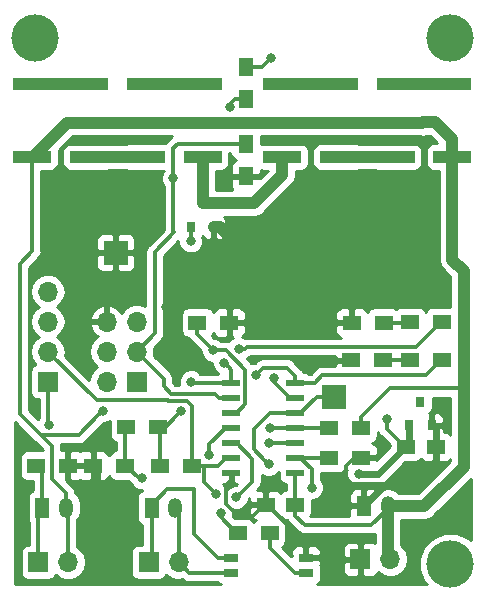
<source format=gbr>
G04 #@! TF.GenerationSoftware,KiCad,Pcbnew,(5.0.0)*
G04 #@! TF.CreationDate,2019-03-26T19:26:32+00:00*
G04 #@! TF.ProjectId,v4,76342E6B696361645F70636200000000,rev?*
G04 #@! TF.SameCoordinates,Original*
G04 #@! TF.FileFunction,Copper,L1,Top,Signal*
G04 #@! TF.FilePolarity,Positive*
%FSLAX46Y46*%
G04 Gerber Fmt 4.6, Leading zero omitted, Abs format (unit mm)*
G04 Created by KiCad (PCBNEW (5.0.0)) date 03/26/19 19:26:32*
%MOMM*%
%LPD*%
G01*
G04 APERTURE LIST*
G04 #@! TA.AperFunction,ComponentPad*
%ADD10C,4.000000*%
G04 #@! TD*
G04 #@! TA.AperFunction,SMDPad,CuDef*
%ADD11R,1.500000X1.300000*%
G04 #@! TD*
G04 #@! TA.AperFunction,ComponentPad*
%ADD12R,1.700000X1.700000*%
G04 #@! TD*
G04 #@! TA.AperFunction,ComponentPad*
%ADD13O,1.700000X1.700000*%
G04 #@! TD*
G04 #@! TA.AperFunction,ComponentPad*
%ADD14R,1.200000X1.700000*%
G04 #@! TD*
G04 #@! TA.AperFunction,ComponentPad*
%ADD15O,1.200000X1.700000*%
G04 #@! TD*
G04 #@! TA.AperFunction,SMDPad,CuDef*
%ADD16R,1.500000X1.250000*%
G04 #@! TD*
G04 #@! TA.AperFunction,SMDPad,CuDef*
%ADD17R,1.500000X0.600000*%
G04 #@! TD*
G04 #@! TA.AperFunction,SMDPad,CuDef*
%ADD18R,1.300000X0.800000*%
G04 #@! TD*
G04 #@! TA.AperFunction,SMDPad,CuDef*
%ADD19R,0.800000X0.900000*%
G04 #@! TD*
G04 #@! TA.AperFunction,SMDPad,CuDef*
%ADD20R,1.300000X1.500000*%
G04 #@! TD*
G04 #@! TA.AperFunction,SMDPad,CuDef*
%ADD21R,2.000000X2.000000*%
G04 #@! TD*
G04 #@! TA.AperFunction,SMDPad,CuDef*
%ADD22R,3.200000X1.000000*%
G04 #@! TD*
G04 #@! TA.AperFunction,ViaPad*
%ADD23C,0.800000*%
G04 #@! TD*
G04 #@! TA.AperFunction,Conductor*
%ADD24C,0.600000*%
G04 #@! TD*
G04 #@! TA.AperFunction,Conductor*
%ADD25C,1.000000*%
G04 #@! TD*
G04 #@! TA.AperFunction,Conductor*
%ADD26C,0.300000*%
G04 #@! TD*
G04 #@! TA.AperFunction,Conductor*
%ADD27C,0.254000*%
G04 #@! TD*
G04 APERTURE END LIST*
D10*
G04 #@! TO.P,REF\002A\002A,1*
G04 #@! TO.N,N/C*
X89204800Y-57302400D03*
G04 #@! TD*
G04 #@! TO.P,REF\002A\002A,1*
G04 #@! TO.N,N/C*
X54051200Y-57302400D03*
G04 #@! TD*
G04 #@! TO.P,REF\002A\002A,1*
G04 #@! TO.N,N/C*
X89204800Y-101854000D03*
G04 #@! TD*
D11*
G04 #@! TO.P,R17,1*
G04 #@! TO.N,GND*
X80844400Y-81408970D03*
G04 #@! TO.P,R17,2*
G04 #@! TO.N,Net-(D3-Pad1)*
X83544400Y-81408970D03*
G04 #@! TD*
D12*
G04 #@! TO.P,J7,1*
G04 #@! TO.N,Net-(J3-Pad1)*
X63652400Y-101701600D03*
D13*
G04 #@! TO.P,J7,2*
G04 #@! TO.N,Net-(J3-Pad2)*
X66192400Y-101701600D03*
G04 #@! TD*
D14*
G04 #@! TO.P,J3,1*
G04 #@! TO.N,Net-(J3-Pad1)*
X63906400Y-97078800D03*
D15*
G04 #@! TO.P,J3,2*
G04 #@! TO.N,Net-(J3-Pad2)*
X65906400Y-97078800D03*
G04 #@! TD*
D12*
G04 #@! TO.P,J2,1*
G04 #@! TO.N,Net-(D3-Pad2)*
X62636400Y-86410800D03*
D13*
G04 #@! TO.P,J2,2*
G04 #@! TO.N,VCC*
X60096400Y-86410800D03*
G04 #@! TO.P,J2,3*
G04 #@! TO.N,Net-(J2-Pad3)*
X62636400Y-83870800D03*
G04 #@! TO.P,J2,4*
G04 #@! TO.N,Net-(D4-Pad2)*
X60096400Y-83870800D03*
G04 #@! TO.P,J2,5*
G04 #@! TO.N,Net-(J2-Pad5)*
X62636400Y-81330800D03*
G04 #@! TO.P,J2,6*
G04 #@! TO.N,GND*
X60096400Y-81330800D03*
G04 #@! TD*
D16*
G04 #@! TO.P,C1,1*
G04 #@! TO.N,VCC*
X76055200Y-96824800D03*
G04 #@! TO.P,C1,2*
G04 #@! TO.N,GND*
X73555200Y-96824800D03*
G04 #@! TD*
D14*
G04 #@! TO.P,J1,1*
G04 #@! TO.N,GND*
X81889600Y-96926400D03*
D15*
G04 #@! TO.P,J1,2*
G04 #@! TO.N,VCC*
X83889600Y-96926400D03*
G04 #@! TD*
D11*
G04 #@! TO.P,R1,1*
G04 #@! TO.N,VCC*
X81664800Y-90322400D03*
G04 #@! TO.P,R1,2*
G04 #@! TO.N,Net-(J2-Pad5)*
X78964800Y-90322400D03*
G04 #@! TD*
D17*
G04 #@! TO.P,U4,1*
G04 #@! TO.N,VCC*
X76055200Y-94132400D03*
G04 #@! TO.P,U4,2*
G04 #@! TO.N,Net-(J8-Pad1)*
X76055200Y-92862400D03*
G04 #@! TO.P,U4,3*
G04 #@! TO.N,Net-(J8-Pad3)*
X76055200Y-91592400D03*
G04 #@! TO.P,U4,4*
G04 #@! TO.N,Net-(J2-Pad5)*
X76055200Y-90322400D03*
G04 #@! TO.P,U4,5*
G04 #@! TO.N,Net-(R3-Pad2)*
X76055200Y-89052400D03*
G04 #@! TO.P,U4,6*
G04 #@! TO.N,ENABLE*
X76055200Y-87782400D03*
G04 #@! TO.P,U4,7*
G04 #@! TO.N,Net-(D4-Pad2)*
X76055200Y-86512400D03*
G04 #@! TO.P,U4,8*
G04 #@! TO.N,Net-(D3-Pad2)*
X70655200Y-86512400D03*
G04 #@! TO.P,U4,9*
G04 #@! TO.N,Net-(J2-Pad3)*
X70655200Y-87782400D03*
G04 #@! TO.P,U4,10*
G04 #@! TO.N,DUMP_LOAD_ENABLE*
X70655200Y-89052400D03*
G04 #@! TO.P,U4,11*
G04 #@! TO.N,RXD0*
X70655200Y-90322400D03*
G04 #@! TO.P,U4,12*
G04 #@! TO.N,TXD0*
X70655200Y-91592400D03*
G04 #@! TO.P,U4,13*
G04 #@! TO.N,2_VOLT*
X70655200Y-92862400D03*
G04 #@! TO.P,U4,14*
G04 #@! TO.N,GND*
X70655200Y-94132400D03*
G04 #@! TD*
D16*
G04 #@! TO.P,C2,1*
G04 #@! TO.N,2_VOLT*
X85465600Y-91948000D03*
G04 #@! TO.P,C2,2*
G04 #@! TO.N,GND*
X87965600Y-91948000D03*
G04 #@! TD*
D14*
G04 #@! TO.P,J4,1*
G04 #@! TO.N,RXD0*
X54660800Y-97078800D03*
D15*
G04 #@! TO.P,J4,2*
G04 #@! TO.N,VCC*
X56660800Y-97078800D03*
G04 #@! TD*
D12*
G04 #@! TO.P,J5,1*
G04 #@! TO.N,GND*
X81584800Y-101447600D03*
D13*
G04 #@! TO.P,J5,2*
G04 #@! TO.N,VCC*
X84124800Y-101447600D03*
G04 #@! TD*
D12*
G04 #@! TO.P,J6,1*
G04 #@! TO.N,RXD0*
X54305200Y-101701600D03*
D13*
G04 #@! TO.P,J6,2*
G04 #@! TO.N,VCC*
X56845200Y-101701600D03*
G04 #@! TD*
D11*
G04 #@! TO.P,R2,1*
G04 #@! TO.N,ENABLE*
X64588400Y-93522800D03*
G04 #@! TO.P,R2,2*
G04 #@! TO.N,2_VOLT*
X67288400Y-93522800D03*
G04 #@! TD*
G04 #@! TO.P,R3,1*
G04 #@! TO.N,ENABLE*
X64443600Y-90271600D03*
G04 #@! TO.P,R3,2*
G04 #@! TO.N,Net-(R3-Pad2)*
X61743600Y-90271600D03*
G04 #@! TD*
G04 #@! TO.P,R4,1*
G04 #@! TO.N,Net-(R3-Pad2)*
X61649600Y-93522800D03*
G04 #@! TO.P,R4,2*
G04 #@! TO.N,GND*
X58949600Y-93522800D03*
G04 #@! TD*
G04 #@! TO.P,R5,1*
G04 #@! TO.N,Net-(R5-Pad1)*
X73892400Y-99212400D03*
G04 #@! TO.P,R5,2*
G04 #@! TO.N,TXD0*
X71192400Y-99212400D03*
G04 #@! TD*
G04 #@! TO.P,R15,1*
G04 #@! TO.N,DUMP_LOAD_ENABLE*
X67788800Y-81408970D03*
G04 #@! TO.P,R15,2*
G04 #@! TO.N,GND*
X70488800Y-81408970D03*
G04 #@! TD*
G04 #@! TO.P,R16,1*
G04 #@! TO.N,GND*
X56823600Y-93522800D03*
G04 #@! TO.P,R16,2*
G04 #@! TO.N,RXD0*
X54123600Y-93522800D03*
G04 #@! TD*
G04 #@! TO.P,R18,1*
G04 #@! TO.N,GND*
X80793600Y-84597000D03*
G04 #@! TO.P,R18,2*
G04 #@! TO.N,Net-(D4-Pad1)*
X83493600Y-84597000D03*
G04 #@! TD*
D18*
G04 #@! TO.P,U1,1*
G04 #@! TO.N,Net-(R5-Pad1)*
X76962400Y-102595600D03*
G04 #@! TO.P,U1,2*
G04 #@! TO.N,GND*
X76962400Y-101315600D03*
G04 #@! TO.P,U1,3*
G04 #@! TO.N,Net-(J3-Pad1)*
X70662400Y-101315600D03*
G04 #@! TO.P,U1,4*
G04 #@! TO.N,Net-(J3-Pad2)*
X70662400Y-102595600D03*
G04 #@! TD*
D19*
G04 #@! TO.P,D1,1*
G04 #@! TO.N,2_VOLT*
X85714800Y-90103200D03*
G04 #@! TO.P,D1,2*
G04 #@! TO.N,GND*
X87614800Y-90103200D03*
G04 #@! TO.P,D1,3*
G04 #@! TO.N,N/C*
X86664800Y-88103200D03*
G04 #@! TD*
D11*
G04 #@! TO.P,D3,1*
G04 #@! TO.N,Net-(D3-Pad1)*
X85772000Y-81381600D03*
G04 #@! TO.P,D3,2*
G04 #@! TO.N,Net-(D3-Pad2)*
X88472000Y-81381600D03*
G04 #@! TD*
G04 #@! TO.P,D4,1*
G04 #@! TO.N,Net-(D4-Pad1)*
X85772000Y-84582000D03*
G04 #@! TO.P,D4,2*
G04 #@! TO.N,Net-(D4-Pad2)*
X88472000Y-84582000D03*
G04 #@! TD*
D19*
G04 #@! TO.P,Q1,1*
G04 #@! TO.N,DUMP_LOAD_ENABLE*
X67274400Y-73325600D03*
G04 #@! TO.P,Q1,2*
G04 #@! TO.N,GND*
X69174400Y-73325600D03*
G04 #@! TO.P,Q1,3*
G04 #@! TO.N,Net-(Q1-Pad3)*
X68224400Y-71325600D03*
G04 #@! TD*
D20*
G04 #@! TO.P,R19,2*
G04 #@! TO.N,Net-(J2-Pad3)*
X71882000Y-62499600D03*
G04 #@! TO.P,R19,1*
G04 #@! TO.N,2_VOLT*
X71882000Y-59799600D03*
G04 #@! TD*
G04 #@! TO.P,R20,1*
G04 #@! TO.N,Net-(J2-Pad3)*
X71882000Y-66302000D03*
G04 #@! TO.P,R20,2*
G04 #@! TO.N,GND*
X71882000Y-69002000D03*
G04 #@! TD*
D11*
G04 #@! TO.P,R21,2*
G04 #@! TO.N,GND*
X81664800Y-92862400D03*
G04 #@! TO.P,R21,1*
G04 #@! TO.N,Net-(J8-Pad1)*
X78964800Y-92862400D03*
G04 #@! TD*
D21*
G04 #@! TO.P,TP2,1*
G04 #@! TO.N,Net-(R3-Pad2)*
X79349600Y-87680800D03*
G04 #@! TD*
D13*
G04 #@! TO.P,J8,4*
G04 #@! TO.N,ENABLE*
X55118000Y-78790800D03*
G04 #@! TO.P,J8,3*
G04 #@! TO.N,Net-(J8-Pad3)*
X55118000Y-81330800D03*
G04 #@! TO.P,J8,2*
G04 #@! TO.N,2_VOLT*
X55118000Y-83870800D03*
D12*
G04 #@! TO.P,J8,1*
G04 #@! TO.N,Net-(J8-Pad1)*
X55118000Y-86410800D03*
G04 #@! TD*
D22*
G04 #@! TO.P,R6,2*
G04 #@! TO.N,Net-(R6-Pad2)*
X89357200Y-61189200D03*
G04 #@! TO.P,R6,1*
G04 #@! TO.N,VCC*
X89357200Y-67389200D03*
G04 #@! TD*
G04 #@! TO.P,R7,1*
G04 #@! TO.N,VCC*
X53797200Y-67389200D03*
G04 #@! TO.P,R7,2*
G04 #@! TO.N,Net-(R7-Pad2)*
X53797200Y-61189200D03*
G04 #@! TD*
G04 #@! TO.P,R8,1*
G04 #@! TO.N,Net-(R6-Pad2)*
X84565066Y-61199200D03*
G04 #@! TO.P,R8,2*
G04 #@! TO.N,Net-(R10-Pad1)*
X84565066Y-67399200D03*
G04 #@! TD*
G04 #@! TO.P,R9,2*
G04 #@! TO.N,Net-(R11-Pad1)*
X58606266Y-67399200D03*
G04 #@! TO.P,R9,1*
G04 #@! TO.N,Net-(R7-Pad2)*
X58606266Y-61199200D03*
G04 #@! TD*
G04 #@! TO.P,R10,1*
G04 #@! TO.N,Net-(R10-Pad1)*
X79772933Y-67389200D03*
G04 #@! TO.P,R10,2*
G04 #@! TO.N,Net-(R10-Pad2)*
X79772933Y-61189200D03*
G04 #@! TD*
G04 #@! TO.P,R11,1*
G04 #@! TO.N,Net-(R11-Pad1)*
X63415332Y-67389200D03*
G04 #@! TO.P,R11,2*
G04 #@! TO.N,Net-(R11-Pad2)*
X63415332Y-61189200D03*
G04 #@! TD*
G04 #@! TO.P,R12,2*
G04 #@! TO.N,Net-(Q1-Pad3)*
X74980800Y-67399200D03*
G04 #@! TO.P,R12,1*
G04 #@! TO.N,Net-(R10-Pad2)*
X74980800Y-61199200D03*
G04 #@! TD*
G04 #@! TO.P,R13,2*
G04 #@! TO.N,Net-(Q1-Pad3)*
X68224400Y-67399200D03*
G04 #@! TO.P,R13,1*
G04 #@! TO.N,Net-(R11-Pad2)*
X68224400Y-61199200D03*
G04 #@! TD*
D21*
G04 #@! TO.P,TP1,1*
G04 #@! TO.N,GND*
X60858400Y-75488800D03*
G04 #@! TD*
D23*
G04 #@! TO.N,GND*
X72390000Y-80772000D03*
X60909198Y-99161600D03*
X78943200Y-84582000D03*
X73026970Y-81408970D03*
X70104000Y-69328400D03*
X61214000Y-77876400D03*
X65125600Y-80111600D03*
G04 #@! TO.N,VCC*
X59791600Y-88862790D03*
G04 #@! TO.N,Net-(J2-Pad5)*
X73914000Y-90373200D03*
G04 #@! TO.N,Net-(J2-Pad3)*
X65735200Y-69189600D03*
X70561200Y-63144400D03*
G04 #@! TO.N,Net-(D4-Pad2)*
X72705213Y-85875613D03*
G04 #@! TO.N,Net-(D3-Pad2)*
X70040648Y-84794349D03*
X71272400Y-83616800D03*
X67259200Y-86410800D03*
G04 #@! TO.N,RXD0*
X68795898Y-92638086D03*
G04 #@! TO.N,ENABLE*
X74301268Y-86121223D03*
X66395600Y-88914023D03*
G04 #@! TO.N,Net-(R3-Pad2)*
X73812400Y-93421200D03*
X63093600Y-94589600D03*
G04 #@! TO.N,TXD0*
X71092812Y-96215200D03*
X69756661Y-97511567D03*
G04 #@! TO.N,2_VOLT*
X81436880Y-94212404D03*
X83820000Y-89611200D03*
X69392800Y-95961200D03*
X74015600Y-59016000D03*
G04 #@! TO.N,Net-(J8-Pad3)*
X73863200Y-91643204D03*
G04 #@! TO.N,Net-(J8-Pad1)*
X55220515Y-90064208D03*
X77470000Y-95402400D03*
G04 #@! TO.N,DUMP_LOAD_ENABLE*
X67208400Y-74523600D03*
X69138800Y-83769200D03*
G04 #@! TD*
D24*
G04 #@! TO.N,GND*
X87965600Y-93746000D02*
X87965600Y-91948000D01*
X86664800Y-95046800D02*
X87965600Y-93746000D01*
D25*
X72339200Y-80822800D02*
X72390000Y-80772000D01*
D26*
X80844400Y-84546200D02*
X80793600Y-84597000D01*
D24*
X87965600Y-90454000D02*
X87614800Y-90103200D01*
X87965600Y-91948000D02*
X87965600Y-90454000D01*
D26*
X58949600Y-93522800D02*
X56823600Y-93522800D01*
D24*
X83718400Y-95046800D02*
X86664800Y-95046800D01*
X81838800Y-96926400D02*
X83718400Y-95046800D01*
D26*
X80844400Y-81408970D02*
X73026970Y-81408970D01*
D25*
X73026970Y-81408970D02*
X72789999Y-81171999D01*
D26*
X72789999Y-81171999D02*
X72390000Y-80772000D01*
X80793600Y-84597000D02*
X78958200Y-84597000D01*
X78958200Y-84597000D02*
X78943200Y-84582000D01*
D25*
X73026970Y-81408970D02*
X72390000Y-80772000D01*
D26*
X70430400Y-69002000D02*
X70104000Y-69328400D01*
X71882000Y-69002000D02*
X70430400Y-69002000D01*
D25*
X69718800Y-73325600D02*
X69174400Y-73325600D01*
X70975979Y-74582779D02*
X69718800Y-73325600D01*
X72288400Y-75895200D02*
X70975979Y-74582779D01*
D26*
X72339200Y-75895200D02*
X72288400Y-75895200D01*
X71780400Y-81381600D02*
X72390000Y-80772000D01*
X70488800Y-81381600D02*
X71780400Y-81381600D01*
D25*
X72390000Y-75996800D02*
X72288400Y-75895200D01*
X72390000Y-80772000D02*
X72390000Y-75996800D01*
D26*
X60814001Y-78276399D02*
X61214000Y-77876400D01*
X60096400Y-78994000D02*
X60814001Y-78276399D01*
X60096400Y-81330800D02*
X60096400Y-78994000D01*
X76962400Y-100615600D02*
X76962400Y-101315600D01*
X76962400Y-100107000D02*
X76962400Y-100615600D01*
X73680200Y-96824800D02*
X76962400Y-100107000D01*
X73555200Y-96824800D02*
X73680200Y-96824800D01*
X86649187Y-95062413D02*
X86664800Y-95046800D01*
X80838413Y-95062413D02*
X86649187Y-95062413D01*
X80365600Y-94589600D02*
X80838413Y-95062413D01*
X80365600Y-93522800D02*
X80365600Y-94589600D01*
X81664800Y-92862400D02*
X81026000Y-92862400D01*
X81026000Y-92862400D02*
X80365600Y-93522800D01*
X72390000Y-80772000D02*
X71729600Y-80111600D01*
X71729600Y-80111600D02*
X65691285Y-80111600D01*
X65691285Y-80111600D02*
X65125600Y-80111600D01*
X60706000Y-98958402D02*
X60909198Y-99161600D01*
X59486800Y-97739202D02*
X60706000Y-98958402D01*
X58949600Y-93522800D02*
X59486800Y-94060000D01*
X59486800Y-94060000D02*
X59486800Y-97739202D01*
X70655200Y-94732400D02*
X70242802Y-95144798D01*
X70242802Y-95144798D02*
X70242802Y-96739706D01*
X72505200Y-97749800D02*
X73430200Y-96824800D01*
X73430200Y-96824800D02*
X73555200Y-96824800D01*
X71252896Y-97749800D02*
X72505200Y-97749800D01*
X70242802Y-96739706D02*
X71252896Y-97749800D01*
X70655200Y-94132400D02*
X70655200Y-94732400D01*
G04 #@! TO.N,VCC*
X84067600Y-86969600D02*
X90322400Y-86969600D01*
X81664800Y-89372400D02*
X84067600Y-86969600D01*
X81664800Y-90322400D02*
X81664800Y-89372400D01*
D25*
X90322400Y-77054400D02*
X90322400Y-86969600D01*
D26*
X56845200Y-97263200D02*
X56660800Y-97078800D01*
X56845200Y-101701600D02*
X56845200Y-97263200D01*
D25*
X87919600Y-64451600D02*
X86868000Y-64451600D01*
X89357200Y-65889200D02*
X87919600Y-64451600D01*
X89357200Y-68239200D02*
X89357200Y-65889200D01*
D26*
X90322400Y-77431600D02*
X90322400Y-77054400D01*
X76055200Y-94132400D02*
X76055200Y-95625198D01*
X76055200Y-96824800D02*
X76055200Y-95625198D01*
X76055200Y-95625198D02*
X76086402Y-95656400D01*
X76086402Y-95656400D02*
X76047600Y-97434400D01*
D25*
X86967200Y-96977200D02*
X83921600Y-96977200D01*
X90322400Y-86969600D02*
X90322400Y-93622000D01*
X90322400Y-93622000D02*
X86967200Y-96977200D01*
D26*
X83889600Y-97176400D02*
X83889600Y-96926400D01*
X82514000Y-98552000D02*
X83889600Y-97176400D01*
X76857400Y-98552000D02*
X82514000Y-98552000D01*
X76055200Y-96824800D02*
X76055200Y-97749800D01*
X76055200Y-97749800D02*
X76857400Y-98552000D01*
X57740181Y-90914209D02*
X59391601Y-89262789D01*
X59391601Y-89262789D02*
X59791600Y-88862790D01*
X54502607Y-90914209D02*
X57740181Y-90914209D01*
X52730400Y-89142002D02*
X54502607Y-90914209D01*
X52730400Y-89142002D02*
X52730400Y-76456000D01*
X52730400Y-76456000D02*
X53797200Y-75389200D01*
X83889600Y-101212400D02*
X84124800Y-101447600D01*
D25*
X83921600Y-97009200D02*
X83921600Y-101295200D01*
X89357200Y-76089200D02*
X90322400Y-77054400D01*
X89357200Y-68326000D02*
X89357200Y-76089200D01*
D26*
X53797200Y-75336400D02*
X53797200Y-67448800D01*
D25*
X53797200Y-67448800D02*
X56761601Y-64484399D01*
X86799199Y-64484399D02*
X86817200Y-64502400D01*
X56761601Y-64484399D02*
X86799199Y-64484399D01*
D26*
X55473600Y-91885202D02*
X52730400Y-89142002D01*
X55473600Y-94682800D02*
X55473600Y-91885202D01*
X56660800Y-97078800D02*
X56660800Y-95870000D01*
X56660800Y-95870000D02*
X55473600Y-94682800D01*
G04 #@! TO.N,Net-(J2-Pad5)*
X78964800Y-90322400D02*
X76055200Y-90322400D01*
X73964800Y-90322400D02*
X73914000Y-90373200D01*
X76055200Y-90322400D02*
X73964800Y-90322400D01*
G04 #@! TO.N,Net-(J2-Pad3)*
X65735200Y-66618398D02*
X65735200Y-68623915D01*
X65735200Y-69755285D02*
X65735200Y-69189600D01*
X65735200Y-73658396D02*
X65735200Y-69755285D01*
X65836800Y-73759996D02*
X65735200Y-73658396D01*
X65735200Y-68623915D02*
X65735200Y-69189600D01*
X71882000Y-66302000D02*
X70932000Y-66302000D01*
X70932000Y-66302000D02*
X70879199Y-66249199D01*
X66104399Y-66249199D02*
X65735200Y-66618398D01*
X70879199Y-66249199D02*
X66104399Y-66249199D01*
X70561200Y-62870400D02*
X70561200Y-63144400D01*
X70932000Y-62499600D02*
X70561200Y-62870400D01*
X71882000Y-62499600D02*
X70932000Y-62499600D01*
X62636400Y-83870800D02*
X64173998Y-82333202D01*
X64173998Y-75424402D02*
X65836800Y-73761600D01*
X64173998Y-82333202D02*
X64173998Y-75424402D01*
X62636400Y-83870800D02*
X64922400Y-86156800D01*
X65581198Y-87464002D02*
X69286802Y-87464002D01*
X69605200Y-87782400D02*
X70655200Y-87782400D01*
X64922400Y-86805204D02*
X65581198Y-87464002D01*
X64922400Y-86156800D02*
X64922400Y-86805204D01*
X69286802Y-87464002D02*
X69605200Y-87782400D01*
G04 #@! TO.N,Net-(D4-Pad2)*
X75371602Y-85228802D02*
X73352024Y-85228802D01*
X76055200Y-86512400D02*
X76055200Y-85912400D01*
X76055200Y-85912400D02*
X75371602Y-85228802D01*
X73105212Y-85475614D02*
X72705213Y-85875613D01*
X73352024Y-85228802D02*
X73105212Y-85475614D01*
X77105200Y-86512400D02*
X76055200Y-86512400D01*
X77707998Y-86512400D02*
X77105200Y-86512400D01*
X78368398Y-85852000D02*
X77707998Y-86512400D01*
X87102000Y-85852000D02*
X78368398Y-85852000D01*
X88472000Y-84582000D02*
X88372000Y-84582000D01*
X88372000Y-84582000D02*
X87102000Y-85852000D01*
G04 #@! TO.N,Net-(D3-Pad2)*
X71838085Y-83616800D02*
X71272400Y-83616800D01*
X86289200Y-83464400D02*
X71990485Y-83464400D01*
X70655200Y-86512400D02*
X70655200Y-85408901D01*
X88372000Y-81381600D02*
X86289200Y-83464400D01*
X88472000Y-81381600D02*
X88372000Y-81381600D01*
X71990485Y-83464400D02*
X71838085Y-83616800D01*
X70655200Y-85408901D02*
X70440647Y-85194348D01*
X70440647Y-85194348D02*
X70040648Y-84794349D01*
X70655200Y-86512400D02*
X67360800Y-86512400D01*
X67360800Y-86512400D02*
X67259200Y-86410800D01*
G04 #@! TO.N,Net-(J3-Pad2)*
X66192400Y-97364800D02*
X65906400Y-97078800D01*
X66192400Y-101701600D02*
X66192400Y-97364800D01*
X67086400Y-102595600D02*
X66192400Y-101701600D01*
X70662800Y-102616000D02*
X67086400Y-102595600D01*
G04 #@! TO.N,Net-(J3-Pad1)*
X63906400Y-101447600D02*
X63652400Y-101701600D01*
X63906400Y-97078800D02*
X63906400Y-101447600D01*
X63906400Y-96828800D02*
X63906400Y-97078800D01*
X65231200Y-95504000D02*
X63906400Y-96828800D01*
X67513200Y-95504000D02*
X65231200Y-95504000D01*
X67513200Y-99314000D02*
X67513200Y-95504000D01*
X70764400Y-101295200D02*
X69514800Y-101315600D01*
X69514800Y-101315600D02*
X67513200Y-99314000D01*
G04 #@! TO.N,RXD0*
X54305200Y-97434400D02*
X54660800Y-97078800D01*
X54305200Y-101701600D02*
X54305200Y-97434400D01*
X54660800Y-94060000D02*
X54123600Y-93522800D01*
X54660800Y-97078800D02*
X54660800Y-94060000D01*
X68795898Y-92072401D02*
X68795898Y-92638086D01*
X70205200Y-90322400D02*
X68795898Y-91731702D01*
X70655200Y-90322400D02*
X70205200Y-90322400D01*
X68795898Y-91731702D02*
X68795898Y-92072401D01*
G04 #@! TO.N,ENABLE*
X64588400Y-90416400D02*
X64443600Y-90271600D01*
X64588400Y-93522800D02*
X64588400Y-90416400D01*
X74301268Y-86478468D02*
X74301268Y-86121223D01*
X75605200Y-87782400D02*
X74301268Y-86478468D01*
X76055200Y-87782400D02*
X75605200Y-87782400D01*
X64588400Y-93522800D02*
X64588400Y-90721223D01*
X64588400Y-90721223D02*
X65995601Y-89314022D01*
X65995601Y-89314022D02*
X66395600Y-88914023D01*
G04 #@! TO.N,Net-(R3-Pad2)*
X61649600Y-90365600D02*
X61743600Y-90271600D01*
X61649600Y-93522800D02*
X61649600Y-90365600D01*
X76505200Y-89052400D02*
X76055200Y-89052400D01*
X77876800Y-87680800D02*
X76505200Y-89052400D01*
X79349600Y-87680800D02*
X77876800Y-87680800D01*
X61649600Y-93522800D02*
X61749600Y-93522800D01*
X62816400Y-94589600D02*
X63093600Y-94589600D01*
X61749600Y-93522800D02*
X62816400Y-94589600D01*
X73412401Y-93021201D02*
X73812400Y-93421200D01*
X72542400Y-92151200D02*
X73412401Y-93021201D01*
X72542400Y-90407216D02*
X72542400Y-92151200D01*
X76055200Y-89052400D02*
X73897216Y-89052400D01*
X73897216Y-89052400D02*
X72542400Y-90407216D01*
G04 #@! TO.N,Net-(R5-Pad1)*
X76012400Y-102595600D02*
X76962400Y-102595600D01*
X73892400Y-100475600D02*
X76012400Y-102595600D01*
X73892400Y-99212400D02*
X73892400Y-100475600D01*
G04 #@! TO.N,TXD0*
X71492811Y-95815201D02*
X71092812Y-96215200D01*
X72440800Y-94867212D02*
X71492811Y-95815201D01*
X72440800Y-92928000D02*
X72440800Y-94867212D01*
X70655200Y-91592400D02*
X71105200Y-91592400D01*
X71105200Y-91592400D02*
X72440800Y-92928000D01*
X71092400Y-99212400D02*
X69756661Y-97876661D01*
X69756661Y-97876661D02*
X69756661Y-97511567D01*
X71192400Y-99212400D02*
X71092400Y-99212400D01*
D25*
G04 #@! TO.N,Net-(R6-Pad2)*
X84575066Y-61189200D02*
X84565066Y-61199200D01*
X89357200Y-61189200D02*
X84575066Y-61189200D01*
G04 #@! TO.N,Net-(R7-Pad2)*
X53807200Y-61199200D02*
X53797200Y-61189200D01*
X58606266Y-61199200D02*
X53807200Y-61199200D01*
G04 #@! TO.N,Net-(R10-Pad1)*
X84555066Y-67389200D02*
X84565066Y-67399200D01*
X79772933Y-67389200D02*
X84555066Y-67389200D01*
G04 #@! TO.N,Net-(R11-Pad1)*
X63405332Y-67399200D02*
X63415332Y-67389200D01*
X58606266Y-67399200D02*
X63405332Y-67399200D01*
G04 #@! TO.N,Net-(R10-Pad2)*
X74990800Y-61189200D02*
X74980800Y-61199200D01*
X79772933Y-61189200D02*
X74990800Y-61189200D01*
G04 #@! TO.N,Net-(R11-Pad2)*
X63425332Y-61199200D02*
X63415332Y-61189200D01*
X68224400Y-61199200D02*
X63425332Y-61199200D01*
G04 #@! TO.N,Net-(Q1-Pad3)*
X68224400Y-71325600D02*
X68224400Y-68249200D01*
X68224400Y-68249200D02*
X68224400Y-67399200D01*
X74980800Y-68899200D02*
X74980800Y-67399200D01*
X68240400Y-71309600D02*
X72570400Y-71309600D01*
X72570400Y-71309600D02*
X74980800Y-68899200D01*
D26*
G04 #@! TO.N,Net-(D3-Pad1)*
X85744630Y-81408970D02*
X85772000Y-81381600D01*
X83544400Y-81408970D02*
X85744630Y-81408970D01*
G04 #@! TO.N,Net-(D4-Pad1)*
X85757000Y-84597000D02*
X85772000Y-84582000D01*
X83493600Y-84597000D02*
X85757000Y-84597000D01*
D24*
G04 #@! TO.N,2_VOLT*
X85714800Y-91698800D02*
X85465600Y-91948000D01*
X85714800Y-90103200D02*
X85714800Y-91698800D01*
D26*
X68338400Y-93522800D02*
X67288400Y-93522800D01*
X70205200Y-92862400D02*
X69544800Y-93522800D01*
X70655200Y-92862400D02*
X70205200Y-92862400D01*
X69544800Y-93522800D02*
X68338400Y-93522800D01*
X71882000Y-59799600D02*
X71882000Y-59899600D01*
D24*
X85465600Y-91948000D02*
X85340600Y-91948000D01*
X83076196Y-94212404D02*
X81436880Y-94212404D01*
X85340600Y-91948000D02*
X83076196Y-94212404D01*
D26*
X83820000Y-90427400D02*
X83820000Y-89611200D01*
X85340600Y-91948000D02*
X83820000Y-90427400D01*
X68338400Y-93522800D02*
X68338400Y-94906800D01*
X68338400Y-94906800D02*
X68992801Y-95561201D01*
X68992801Y-95561201D02*
X69392800Y-95961200D01*
X73232000Y-59799600D02*
X73615601Y-59415999D01*
X71882000Y-59799600D02*
X73232000Y-59799600D01*
X73615601Y-59415999D02*
X74015600Y-59016000D01*
X55118000Y-83870800D02*
X59246398Y-87999198D01*
X65267851Y-87999198D02*
X65332666Y-88064013D01*
X67288400Y-92572800D02*
X67288400Y-93522800D01*
X67288400Y-88483996D02*
X67288400Y-92572800D01*
X59246398Y-87999198D02*
X65267851Y-87999198D01*
X65332666Y-88064013D02*
X66868417Y-88064013D01*
X66868417Y-88064013D02*
X67288400Y-88483996D01*
G04 #@! TO.N,Net-(J8-Pad3)*
X76055200Y-91592400D02*
X73914004Y-91592400D01*
X73914004Y-91592400D02*
X73863200Y-91643204D01*
G04 #@! TO.N,Net-(J8-Pad1)*
X78964800Y-92862400D02*
X76055200Y-92862400D01*
X55118000Y-89961693D02*
X55220515Y-90064208D01*
X55118000Y-86410800D02*
X55118000Y-89961693D01*
X77470000Y-94836715D02*
X77470000Y-95402400D01*
X76505200Y-92862400D02*
X77470000Y-93827200D01*
X77470000Y-93827200D02*
X77470000Y-94836715D01*
X76055200Y-92862400D02*
X76505200Y-92862400D01*
G04 #@! TO.N,DUMP_LOAD_ENABLE*
X67274400Y-74457600D02*
X67208400Y-74523600D01*
X67274400Y-73325600D02*
X67274400Y-74457600D01*
X71855201Y-85406805D02*
X70217596Y-83769200D01*
X70217596Y-83769200D02*
X69704485Y-83769200D01*
X69704485Y-83769200D02*
X69138800Y-83769200D01*
X71855201Y-88302399D02*
X71855201Y-85406805D01*
X71105200Y-89052400D02*
X71855201Y-88302399D01*
X70655200Y-89052400D02*
X71105200Y-89052400D01*
X67788800Y-82419200D02*
X69138800Y-83769200D01*
X67788800Y-81381600D02*
X67788800Y-82419200D01*
G04 #@! TD*
D27*
G04 #@! TO.N,GND*
G36*
X90933200Y-99855947D02*
X90697408Y-99620155D01*
X89728934Y-99219000D01*
X88680666Y-99219000D01*
X87712192Y-99620155D01*
X86970955Y-100361392D01*
X86569800Y-101329866D01*
X86569800Y-102378134D01*
X86970955Y-103346608D01*
X87206747Y-103582400D01*
X77877162Y-103582400D01*
X78070209Y-103453409D01*
X78210557Y-103243365D01*
X78259840Y-102995600D01*
X78259840Y-102195600D01*
X78210557Y-101947835D01*
X78206216Y-101941338D01*
X78247400Y-101841910D01*
X78247400Y-101733350D01*
X80099800Y-101733350D01*
X80099800Y-102423909D01*
X80196473Y-102657298D01*
X80375101Y-102835927D01*
X80608490Y-102932600D01*
X81299050Y-102932600D01*
X81457800Y-102773850D01*
X81457800Y-101574600D01*
X80258550Y-101574600D01*
X80099800Y-101733350D01*
X78247400Y-101733350D01*
X78247400Y-101601350D01*
X78088650Y-101442600D01*
X77089400Y-101442600D01*
X77089400Y-101462600D01*
X76835400Y-101462600D01*
X76835400Y-101442600D01*
X76815400Y-101442600D01*
X76815400Y-101188600D01*
X76835400Y-101188600D01*
X76835400Y-100439350D01*
X77089400Y-100439350D01*
X77089400Y-101188600D01*
X78088650Y-101188600D01*
X78247400Y-101029850D01*
X78247400Y-100789290D01*
X78150727Y-100555901D01*
X78066117Y-100471291D01*
X80099800Y-100471291D01*
X80099800Y-101161850D01*
X80258550Y-101320600D01*
X81457800Y-101320600D01*
X81457800Y-100121350D01*
X81299050Y-99962600D01*
X80608490Y-99962600D01*
X80375101Y-100059273D01*
X80196473Y-100237902D01*
X80099800Y-100471291D01*
X78066117Y-100471291D01*
X77972098Y-100377273D01*
X77738709Y-100280600D01*
X77248150Y-100280600D01*
X77089400Y-100439350D01*
X76835400Y-100439350D01*
X76676650Y-100280600D01*
X76186091Y-100280600D01*
X75952702Y-100377273D01*
X75774073Y-100555901D01*
X75677400Y-100789290D01*
X75677400Y-101029850D01*
X75836148Y-101188598D01*
X75715555Y-101188598D01*
X74948521Y-100421564D01*
X75100209Y-100320209D01*
X75240557Y-100110165D01*
X75289840Y-99862400D01*
X75289840Y-98562400D01*
X75240557Y-98314635D01*
X75100209Y-98104591D01*
X74890165Y-97964243D01*
X74722194Y-97930832D01*
X74806546Y-97846480D01*
X74847391Y-97907609D01*
X75057435Y-98047957D01*
X75305200Y-98097240D01*
X75343241Y-98097240D01*
X75445451Y-98250208D01*
X75445454Y-98250211D01*
X75489248Y-98315753D01*
X75554790Y-98359547D01*
X76247653Y-99052411D01*
X76291447Y-99117953D01*
X76356989Y-99161747D01*
X76356991Y-99161749D01*
X76551108Y-99291454D01*
X76780084Y-99337000D01*
X76780087Y-99337000D01*
X76857399Y-99352378D01*
X76934711Y-99337000D01*
X82436688Y-99337000D01*
X82514000Y-99352378D01*
X82591312Y-99337000D01*
X82591316Y-99337000D01*
X82786601Y-99298156D01*
X82786601Y-100056001D01*
X82561110Y-99962600D01*
X81870550Y-99962600D01*
X81711800Y-100121350D01*
X81711800Y-101320600D01*
X81731800Y-101320600D01*
X81731800Y-101574600D01*
X81711800Y-101574600D01*
X81711800Y-102773850D01*
X81870550Y-102932600D01*
X82561110Y-102932600D01*
X82794499Y-102835927D01*
X82973127Y-102657298D01*
X83039704Y-102496567D01*
X83054175Y-102518225D01*
X83545382Y-102846439D01*
X83978544Y-102932600D01*
X84271056Y-102932600D01*
X84704218Y-102846439D01*
X85195425Y-102518225D01*
X85523639Y-102027018D01*
X85638892Y-101447600D01*
X85523639Y-100868182D01*
X85195425Y-100376975D01*
X85056600Y-100284215D01*
X85056600Y-98112200D01*
X86855417Y-98112200D01*
X86967200Y-98134435D01*
X87078983Y-98112200D01*
X87410055Y-98046346D01*
X87785489Y-97795489D01*
X87848813Y-97700718D01*
X90933200Y-94616332D01*
X90933200Y-99855947D01*
X90933200Y-99855947D01*
G37*
X90933200Y-99855947D02*
X90697408Y-99620155D01*
X89728934Y-99219000D01*
X88680666Y-99219000D01*
X87712192Y-99620155D01*
X86970955Y-100361392D01*
X86569800Y-101329866D01*
X86569800Y-102378134D01*
X86970955Y-103346608D01*
X87206747Y-103582400D01*
X77877162Y-103582400D01*
X78070209Y-103453409D01*
X78210557Y-103243365D01*
X78259840Y-102995600D01*
X78259840Y-102195600D01*
X78210557Y-101947835D01*
X78206216Y-101941338D01*
X78247400Y-101841910D01*
X78247400Y-101733350D01*
X80099800Y-101733350D01*
X80099800Y-102423909D01*
X80196473Y-102657298D01*
X80375101Y-102835927D01*
X80608490Y-102932600D01*
X81299050Y-102932600D01*
X81457800Y-102773850D01*
X81457800Y-101574600D01*
X80258550Y-101574600D01*
X80099800Y-101733350D01*
X78247400Y-101733350D01*
X78247400Y-101601350D01*
X78088650Y-101442600D01*
X77089400Y-101442600D01*
X77089400Y-101462600D01*
X76835400Y-101462600D01*
X76835400Y-101442600D01*
X76815400Y-101442600D01*
X76815400Y-101188600D01*
X76835400Y-101188600D01*
X76835400Y-100439350D01*
X77089400Y-100439350D01*
X77089400Y-101188600D01*
X78088650Y-101188600D01*
X78247400Y-101029850D01*
X78247400Y-100789290D01*
X78150727Y-100555901D01*
X78066117Y-100471291D01*
X80099800Y-100471291D01*
X80099800Y-101161850D01*
X80258550Y-101320600D01*
X81457800Y-101320600D01*
X81457800Y-100121350D01*
X81299050Y-99962600D01*
X80608490Y-99962600D01*
X80375101Y-100059273D01*
X80196473Y-100237902D01*
X80099800Y-100471291D01*
X78066117Y-100471291D01*
X77972098Y-100377273D01*
X77738709Y-100280600D01*
X77248150Y-100280600D01*
X77089400Y-100439350D01*
X76835400Y-100439350D01*
X76676650Y-100280600D01*
X76186091Y-100280600D01*
X75952702Y-100377273D01*
X75774073Y-100555901D01*
X75677400Y-100789290D01*
X75677400Y-101029850D01*
X75836148Y-101188598D01*
X75715555Y-101188598D01*
X74948521Y-100421564D01*
X75100209Y-100320209D01*
X75240557Y-100110165D01*
X75289840Y-99862400D01*
X75289840Y-98562400D01*
X75240557Y-98314635D01*
X75100209Y-98104591D01*
X74890165Y-97964243D01*
X74722194Y-97930832D01*
X74806546Y-97846480D01*
X74847391Y-97907609D01*
X75057435Y-98047957D01*
X75305200Y-98097240D01*
X75343241Y-98097240D01*
X75445451Y-98250208D01*
X75445454Y-98250211D01*
X75489248Y-98315753D01*
X75554790Y-98359547D01*
X76247653Y-99052411D01*
X76291447Y-99117953D01*
X76356989Y-99161747D01*
X76356991Y-99161749D01*
X76551108Y-99291454D01*
X76780084Y-99337000D01*
X76780087Y-99337000D01*
X76857399Y-99352378D01*
X76934711Y-99337000D01*
X82436688Y-99337000D01*
X82514000Y-99352378D01*
X82591312Y-99337000D01*
X82591316Y-99337000D01*
X82786601Y-99298156D01*
X82786601Y-100056001D01*
X82561110Y-99962600D01*
X81870550Y-99962600D01*
X81711800Y-100121350D01*
X81711800Y-101320600D01*
X81731800Y-101320600D01*
X81731800Y-101574600D01*
X81711800Y-101574600D01*
X81711800Y-102773850D01*
X81870550Y-102932600D01*
X82561110Y-102932600D01*
X82794499Y-102835927D01*
X82973127Y-102657298D01*
X83039704Y-102496567D01*
X83054175Y-102518225D01*
X83545382Y-102846439D01*
X83978544Y-102932600D01*
X84271056Y-102932600D01*
X84704218Y-102846439D01*
X85195425Y-102518225D01*
X85523639Y-102027018D01*
X85638892Y-101447600D01*
X85523639Y-100868182D01*
X85195425Y-100376975D01*
X85056600Y-100284215D01*
X85056600Y-98112200D01*
X86855417Y-98112200D01*
X86967200Y-98134435D01*
X87078983Y-98112200D01*
X87410055Y-98046346D01*
X87785489Y-97795489D01*
X87848813Y-97700718D01*
X90933200Y-94616332D01*
X90933200Y-99855947D01*
G36*
X60346160Y-90921600D02*
X60395443Y-91169365D01*
X60535791Y-91379409D01*
X60745835Y-91519757D01*
X60864601Y-91543381D01*
X60864600Y-92232322D01*
X60651835Y-92274643D01*
X60441791Y-92414991D01*
X60301443Y-92625035D01*
X60295879Y-92653009D01*
X60237927Y-92513101D01*
X60059298Y-92334473D01*
X59825909Y-92237800D01*
X59235350Y-92237800D01*
X59076600Y-92396550D01*
X59076600Y-93395800D01*
X59096600Y-93395800D01*
X59096600Y-93649800D01*
X59076600Y-93649800D01*
X59076600Y-94649050D01*
X59235350Y-94807800D01*
X59825909Y-94807800D01*
X60059298Y-94711127D01*
X60237927Y-94532499D01*
X60295879Y-94392591D01*
X60301443Y-94420565D01*
X60441791Y-94630609D01*
X60651835Y-94770957D01*
X60899600Y-94820240D01*
X61936882Y-94820240D01*
X62162179Y-95045537D01*
X62216169Y-95175880D01*
X62507320Y-95467031D01*
X62887726Y-95624600D01*
X63089016Y-95624600D01*
X63058635Y-95630643D01*
X62848591Y-95770991D01*
X62708243Y-95981035D01*
X62658960Y-96228800D01*
X62658960Y-97928800D01*
X62708243Y-98176565D01*
X62848591Y-98386609D01*
X63058635Y-98526957D01*
X63121400Y-98539442D01*
X63121401Y-100204160D01*
X62802400Y-100204160D01*
X62554635Y-100253443D01*
X62344591Y-100393791D01*
X62204243Y-100603835D01*
X62154960Y-100851600D01*
X62154960Y-102551600D01*
X62204243Y-102799365D01*
X62344591Y-103009409D01*
X62554635Y-103149757D01*
X62802400Y-103199040D01*
X64502400Y-103199040D01*
X64750165Y-103149757D01*
X64960209Y-103009409D01*
X65100557Y-102799365D01*
X65109584Y-102753981D01*
X65121775Y-102772225D01*
X65612982Y-103100439D01*
X66046144Y-103186600D01*
X66338656Y-103186600D01*
X66513008Y-103151919D01*
X66517229Y-103158315D01*
X66584387Y-103203745D01*
X66585991Y-103205349D01*
X66648631Y-103247204D01*
X66775896Y-103333294D01*
X66778172Y-103333760D01*
X66780108Y-103335054D01*
X66931062Y-103365080D01*
X67004608Y-103380146D01*
X67006870Y-103380159D01*
X67086400Y-103395978D01*
X67161495Y-103381041D01*
X69515207Y-103394467D01*
X69554591Y-103453409D01*
X69747638Y-103582400D01*
X52322800Y-103582400D01*
X52322800Y-89844559D01*
X53892860Y-91414620D01*
X53936654Y-91480162D01*
X54002196Y-91523956D01*
X54002198Y-91523958D01*
X54002201Y-91523960D01*
X54688601Y-92210360D01*
X54688601Y-92225360D01*
X53373600Y-92225360D01*
X53125835Y-92274643D01*
X52915791Y-92414991D01*
X52775443Y-92625035D01*
X52726160Y-92872800D01*
X52726160Y-94172800D01*
X52775443Y-94420565D01*
X52915791Y-94630609D01*
X53125835Y-94770957D01*
X53373600Y-94820240D01*
X53875801Y-94820240D01*
X53875800Y-95618158D01*
X53813035Y-95630643D01*
X53602991Y-95770991D01*
X53462643Y-95981035D01*
X53413360Y-96228800D01*
X53413360Y-97928800D01*
X53462643Y-98176565D01*
X53520201Y-98262706D01*
X53520200Y-100204160D01*
X53455200Y-100204160D01*
X53207435Y-100253443D01*
X52997391Y-100393791D01*
X52857043Y-100603835D01*
X52807760Y-100851600D01*
X52807760Y-102551600D01*
X52857043Y-102799365D01*
X52997391Y-103009409D01*
X53207435Y-103149757D01*
X53455200Y-103199040D01*
X55155200Y-103199040D01*
X55402965Y-103149757D01*
X55613009Y-103009409D01*
X55753357Y-102799365D01*
X55762384Y-102753981D01*
X55774575Y-102772225D01*
X56265782Y-103100439D01*
X56698944Y-103186600D01*
X56991456Y-103186600D01*
X57424618Y-103100439D01*
X57915825Y-102772225D01*
X58244039Y-102281018D01*
X58359292Y-101701600D01*
X58244039Y-101122182D01*
X57915825Y-100630975D01*
X57630200Y-100440126D01*
X57630200Y-98100930D01*
X57824144Y-97810672D01*
X57895800Y-97450435D01*
X57895800Y-96707164D01*
X57824144Y-96346927D01*
X57551185Y-95938415D01*
X57459725Y-95877304D01*
X57461178Y-95869999D01*
X57445800Y-95792688D01*
X57445800Y-95792684D01*
X57400254Y-95563708D01*
X57344132Y-95479716D01*
X57270549Y-95369591D01*
X57270547Y-95369589D01*
X57226753Y-95304047D01*
X57161211Y-95260253D01*
X56623304Y-94722346D01*
X56696600Y-94649050D01*
X56696600Y-93649800D01*
X56950600Y-93649800D01*
X56950600Y-94649050D01*
X57109350Y-94807800D01*
X57699909Y-94807800D01*
X57886600Y-94730470D01*
X58073291Y-94807800D01*
X58663850Y-94807800D01*
X58822600Y-94649050D01*
X58822600Y-93649800D01*
X56950600Y-93649800D01*
X56696600Y-93649800D01*
X56676600Y-93649800D01*
X56676600Y-93395800D01*
X56696600Y-93395800D01*
X56696600Y-92396550D01*
X56950600Y-92396550D01*
X56950600Y-93395800D01*
X58822600Y-93395800D01*
X58822600Y-92396550D01*
X58663850Y-92237800D01*
X58073291Y-92237800D01*
X57886600Y-92315130D01*
X57699909Y-92237800D01*
X57109350Y-92237800D01*
X56950600Y-92396550D01*
X56696600Y-92396550D01*
X56537850Y-92237800D01*
X56258600Y-92237800D01*
X56258600Y-91962514D01*
X56273978Y-91885202D01*
X56258600Y-91807890D01*
X56258600Y-91807886D01*
X56236983Y-91699209D01*
X57662869Y-91699209D01*
X57740181Y-91714587D01*
X57817493Y-91699209D01*
X57817497Y-91699209D01*
X58046473Y-91653663D01*
X58306134Y-91480162D01*
X58349930Y-91414617D01*
X59866757Y-89897790D01*
X59997474Y-89897790D01*
X60346160Y-89753360D01*
X60346160Y-90921600D01*
X60346160Y-90921600D01*
G37*
X60346160Y-90921600D02*
X60395443Y-91169365D01*
X60535791Y-91379409D01*
X60745835Y-91519757D01*
X60864601Y-91543381D01*
X60864600Y-92232322D01*
X60651835Y-92274643D01*
X60441791Y-92414991D01*
X60301443Y-92625035D01*
X60295879Y-92653009D01*
X60237927Y-92513101D01*
X60059298Y-92334473D01*
X59825909Y-92237800D01*
X59235350Y-92237800D01*
X59076600Y-92396550D01*
X59076600Y-93395800D01*
X59096600Y-93395800D01*
X59096600Y-93649800D01*
X59076600Y-93649800D01*
X59076600Y-94649050D01*
X59235350Y-94807800D01*
X59825909Y-94807800D01*
X60059298Y-94711127D01*
X60237927Y-94532499D01*
X60295879Y-94392591D01*
X60301443Y-94420565D01*
X60441791Y-94630609D01*
X60651835Y-94770957D01*
X60899600Y-94820240D01*
X61936882Y-94820240D01*
X62162179Y-95045537D01*
X62216169Y-95175880D01*
X62507320Y-95467031D01*
X62887726Y-95624600D01*
X63089016Y-95624600D01*
X63058635Y-95630643D01*
X62848591Y-95770991D01*
X62708243Y-95981035D01*
X62658960Y-96228800D01*
X62658960Y-97928800D01*
X62708243Y-98176565D01*
X62848591Y-98386609D01*
X63058635Y-98526957D01*
X63121400Y-98539442D01*
X63121401Y-100204160D01*
X62802400Y-100204160D01*
X62554635Y-100253443D01*
X62344591Y-100393791D01*
X62204243Y-100603835D01*
X62154960Y-100851600D01*
X62154960Y-102551600D01*
X62204243Y-102799365D01*
X62344591Y-103009409D01*
X62554635Y-103149757D01*
X62802400Y-103199040D01*
X64502400Y-103199040D01*
X64750165Y-103149757D01*
X64960209Y-103009409D01*
X65100557Y-102799365D01*
X65109584Y-102753981D01*
X65121775Y-102772225D01*
X65612982Y-103100439D01*
X66046144Y-103186600D01*
X66338656Y-103186600D01*
X66513008Y-103151919D01*
X66517229Y-103158315D01*
X66584387Y-103203745D01*
X66585991Y-103205349D01*
X66648631Y-103247204D01*
X66775896Y-103333294D01*
X66778172Y-103333760D01*
X66780108Y-103335054D01*
X66931062Y-103365080D01*
X67004608Y-103380146D01*
X67006870Y-103380159D01*
X67086400Y-103395978D01*
X67161495Y-103381041D01*
X69515207Y-103394467D01*
X69554591Y-103453409D01*
X69747638Y-103582400D01*
X52322800Y-103582400D01*
X52322800Y-89844559D01*
X53892860Y-91414620D01*
X53936654Y-91480162D01*
X54002196Y-91523956D01*
X54002198Y-91523958D01*
X54002201Y-91523960D01*
X54688601Y-92210360D01*
X54688601Y-92225360D01*
X53373600Y-92225360D01*
X53125835Y-92274643D01*
X52915791Y-92414991D01*
X52775443Y-92625035D01*
X52726160Y-92872800D01*
X52726160Y-94172800D01*
X52775443Y-94420565D01*
X52915791Y-94630609D01*
X53125835Y-94770957D01*
X53373600Y-94820240D01*
X53875801Y-94820240D01*
X53875800Y-95618158D01*
X53813035Y-95630643D01*
X53602991Y-95770991D01*
X53462643Y-95981035D01*
X53413360Y-96228800D01*
X53413360Y-97928800D01*
X53462643Y-98176565D01*
X53520201Y-98262706D01*
X53520200Y-100204160D01*
X53455200Y-100204160D01*
X53207435Y-100253443D01*
X52997391Y-100393791D01*
X52857043Y-100603835D01*
X52807760Y-100851600D01*
X52807760Y-102551600D01*
X52857043Y-102799365D01*
X52997391Y-103009409D01*
X53207435Y-103149757D01*
X53455200Y-103199040D01*
X55155200Y-103199040D01*
X55402965Y-103149757D01*
X55613009Y-103009409D01*
X55753357Y-102799365D01*
X55762384Y-102753981D01*
X55774575Y-102772225D01*
X56265782Y-103100439D01*
X56698944Y-103186600D01*
X56991456Y-103186600D01*
X57424618Y-103100439D01*
X57915825Y-102772225D01*
X58244039Y-102281018D01*
X58359292Y-101701600D01*
X58244039Y-101122182D01*
X57915825Y-100630975D01*
X57630200Y-100440126D01*
X57630200Y-98100930D01*
X57824144Y-97810672D01*
X57895800Y-97450435D01*
X57895800Y-96707164D01*
X57824144Y-96346927D01*
X57551185Y-95938415D01*
X57459725Y-95877304D01*
X57461178Y-95869999D01*
X57445800Y-95792688D01*
X57445800Y-95792684D01*
X57400254Y-95563708D01*
X57344132Y-95479716D01*
X57270549Y-95369591D01*
X57270547Y-95369589D01*
X57226753Y-95304047D01*
X57161211Y-95260253D01*
X56623304Y-94722346D01*
X56696600Y-94649050D01*
X56696600Y-93649800D01*
X56950600Y-93649800D01*
X56950600Y-94649050D01*
X57109350Y-94807800D01*
X57699909Y-94807800D01*
X57886600Y-94730470D01*
X58073291Y-94807800D01*
X58663850Y-94807800D01*
X58822600Y-94649050D01*
X58822600Y-93649800D01*
X56950600Y-93649800D01*
X56696600Y-93649800D01*
X56676600Y-93649800D01*
X56676600Y-93395800D01*
X56696600Y-93395800D01*
X56696600Y-92396550D01*
X56950600Y-92396550D01*
X56950600Y-93395800D01*
X58822600Y-93395800D01*
X58822600Y-92396550D01*
X58663850Y-92237800D01*
X58073291Y-92237800D01*
X57886600Y-92315130D01*
X57699909Y-92237800D01*
X57109350Y-92237800D01*
X56950600Y-92396550D01*
X56696600Y-92396550D01*
X56537850Y-92237800D01*
X56258600Y-92237800D01*
X56258600Y-91962514D01*
X56273978Y-91885202D01*
X56258600Y-91807890D01*
X56258600Y-91807886D01*
X56236983Y-91699209D01*
X57662869Y-91699209D01*
X57740181Y-91714587D01*
X57817493Y-91699209D01*
X57817497Y-91699209D01*
X58046473Y-91653663D01*
X58306134Y-91480162D01*
X58349930Y-91414617D01*
X59866757Y-89897790D01*
X59997474Y-89897790D01*
X60346160Y-89753360D01*
X60346160Y-90921600D01*
G36*
X74657760Y-94432400D02*
X74707043Y-94680165D01*
X74847391Y-94890209D01*
X75057435Y-95030557D01*
X75270201Y-95072878D01*
X75270201Y-95547882D01*
X75267832Y-95559793D01*
X75057435Y-95601643D01*
X74847391Y-95741991D01*
X74806546Y-95803120D01*
X74664898Y-95661473D01*
X74431509Y-95564800D01*
X73840950Y-95564800D01*
X73682200Y-95723550D01*
X73682200Y-96697800D01*
X73702200Y-96697800D01*
X73702200Y-96951800D01*
X73682200Y-96951800D01*
X73682200Y-96971800D01*
X73428200Y-96971800D01*
X73428200Y-96951800D01*
X72328950Y-96951800D01*
X72170200Y-97110550D01*
X72170200Y-97576110D01*
X72266873Y-97809499D01*
X72445502Y-97988127D01*
X72678891Y-98084800D01*
X72714210Y-98084800D01*
X72684591Y-98104591D01*
X72544243Y-98314635D01*
X72542400Y-98323900D01*
X72540557Y-98314635D01*
X72400209Y-98104591D01*
X72190165Y-97964243D01*
X71942400Y-97914960D01*
X70905117Y-97914960D01*
X70767040Y-97776882D01*
X70791661Y-97717441D01*
X70791661Y-97305693D01*
X70744182Y-97191069D01*
X70886938Y-97250200D01*
X71298686Y-97250200D01*
X71679092Y-97092631D01*
X71970243Y-96801480D01*
X72127812Y-96421074D01*
X72127812Y-96290357D01*
X72170200Y-96247969D01*
X72170200Y-96539050D01*
X72328950Y-96697800D01*
X73428200Y-96697800D01*
X73428200Y-95723550D01*
X73269450Y-95564800D01*
X72853370Y-95564800D01*
X72941211Y-95476959D01*
X73006753Y-95433165D01*
X73050547Y-95367623D01*
X73050549Y-95367621D01*
X73180254Y-95173504D01*
X73194292Y-95102931D01*
X73225800Y-94944528D01*
X73225800Y-94944524D01*
X73241178Y-94867212D01*
X73225800Y-94789900D01*
X73225800Y-94298311D01*
X73226120Y-94298631D01*
X73606526Y-94456200D01*
X74018274Y-94456200D01*
X74398680Y-94298631D01*
X74657760Y-94039551D01*
X74657760Y-94432400D01*
X74657760Y-94432400D01*
G37*
X74657760Y-94432400D02*
X74707043Y-94680165D01*
X74847391Y-94890209D01*
X75057435Y-95030557D01*
X75270201Y-95072878D01*
X75270201Y-95547882D01*
X75267832Y-95559793D01*
X75057435Y-95601643D01*
X74847391Y-95741991D01*
X74806546Y-95803120D01*
X74664898Y-95661473D01*
X74431509Y-95564800D01*
X73840950Y-95564800D01*
X73682200Y-95723550D01*
X73682200Y-96697800D01*
X73702200Y-96697800D01*
X73702200Y-96951800D01*
X73682200Y-96951800D01*
X73682200Y-96971800D01*
X73428200Y-96971800D01*
X73428200Y-96951800D01*
X72328950Y-96951800D01*
X72170200Y-97110550D01*
X72170200Y-97576110D01*
X72266873Y-97809499D01*
X72445502Y-97988127D01*
X72678891Y-98084800D01*
X72714210Y-98084800D01*
X72684591Y-98104591D01*
X72544243Y-98314635D01*
X72542400Y-98323900D01*
X72540557Y-98314635D01*
X72400209Y-98104591D01*
X72190165Y-97964243D01*
X71942400Y-97914960D01*
X70905117Y-97914960D01*
X70767040Y-97776882D01*
X70791661Y-97717441D01*
X70791661Y-97305693D01*
X70744182Y-97191069D01*
X70886938Y-97250200D01*
X71298686Y-97250200D01*
X71679092Y-97092631D01*
X71970243Y-96801480D01*
X72127812Y-96421074D01*
X72127812Y-96290357D01*
X72170200Y-96247969D01*
X72170200Y-96539050D01*
X72328950Y-96697800D01*
X73428200Y-96697800D01*
X73428200Y-95723550D01*
X73269450Y-95564800D01*
X72853370Y-95564800D01*
X72941211Y-95476959D01*
X73006753Y-95433165D01*
X73050547Y-95367623D01*
X73050549Y-95367621D01*
X73180254Y-95173504D01*
X73194292Y-95102931D01*
X73225800Y-94944528D01*
X73225800Y-94944524D01*
X73241178Y-94867212D01*
X73225800Y-94789900D01*
X73225800Y-94298311D01*
X73226120Y-94298631D01*
X73606526Y-94456200D01*
X74018274Y-94456200D01*
X74398680Y-94298631D01*
X74657760Y-94039551D01*
X74657760Y-94432400D01*
G36*
X88092600Y-91821000D02*
X88112600Y-91821000D01*
X88112600Y-92075000D01*
X88092600Y-92075000D01*
X88092600Y-93049250D01*
X88251350Y-93208000D01*
X88841909Y-93208000D01*
X89075298Y-93111327D01*
X89187401Y-92999225D01*
X89187401Y-93151867D01*
X86497069Y-95842200D01*
X84817527Y-95842200D01*
X84779985Y-95786015D01*
X84371472Y-95513056D01*
X83889600Y-95417205D01*
X83407727Y-95513056D01*
X83044190Y-95755964D01*
X83027927Y-95716701D01*
X82849298Y-95538073D01*
X82615909Y-95441400D01*
X82175350Y-95441400D01*
X82016600Y-95600150D01*
X82016600Y-96799400D01*
X82036600Y-96799400D01*
X82036600Y-97053400D01*
X82016600Y-97053400D01*
X82016600Y-97073400D01*
X81762600Y-97073400D01*
X81762600Y-97053400D01*
X80813350Y-97053400D01*
X80654600Y-97212150D01*
X80654600Y-97767000D01*
X77356962Y-97767000D01*
X77403357Y-97697565D01*
X77452640Y-97449800D01*
X77452640Y-96437400D01*
X77675874Y-96437400D01*
X78056280Y-96279831D01*
X78347431Y-95988680D01*
X78363415Y-95950090D01*
X80654600Y-95950090D01*
X80654600Y-96640650D01*
X80813350Y-96799400D01*
X81762600Y-96799400D01*
X81762600Y-95600150D01*
X81603850Y-95441400D01*
X81163291Y-95441400D01*
X80929902Y-95538073D01*
X80751273Y-95716701D01*
X80654600Y-95950090D01*
X78363415Y-95950090D01*
X78505000Y-95608274D01*
X78505000Y-95196526D01*
X78347431Y-94816120D01*
X78255000Y-94723689D01*
X78255000Y-94159840D01*
X79714800Y-94159840D01*
X79962565Y-94110557D01*
X80172609Y-93970209D01*
X80312957Y-93760165D01*
X80318521Y-93732191D01*
X80376473Y-93872099D01*
X80433812Y-93929438D01*
X80401880Y-94006530D01*
X80401880Y-94418278D01*
X80559449Y-94798684D01*
X80850600Y-95089835D01*
X81231006Y-95247404D01*
X81642754Y-95247404D01*
X81884176Y-95147404D01*
X82984110Y-95147404D01*
X83076196Y-95165721D01*
X83168282Y-95147404D01*
X83441015Y-95093154D01*
X83750293Y-94886501D01*
X83802457Y-94808432D01*
X85390450Y-93220440D01*
X86215600Y-93220440D01*
X86463365Y-93171157D01*
X86673409Y-93030809D01*
X86714254Y-92969680D01*
X86855902Y-93111327D01*
X87089291Y-93208000D01*
X87679850Y-93208000D01*
X87838600Y-93049250D01*
X87838600Y-92075000D01*
X87818600Y-92075000D01*
X87818600Y-91821000D01*
X87838600Y-91821000D01*
X87838600Y-91801000D01*
X88092600Y-91801000D01*
X88092600Y-91821000D01*
X88092600Y-91821000D01*
G37*
X88092600Y-91821000D02*
X88112600Y-91821000D01*
X88112600Y-92075000D01*
X88092600Y-92075000D01*
X88092600Y-93049250D01*
X88251350Y-93208000D01*
X88841909Y-93208000D01*
X89075298Y-93111327D01*
X89187401Y-92999225D01*
X89187401Y-93151867D01*
X86497069Y-95842200D01*
X84817527Y-95842200D01*
X84779985Y-95786015D01*
X84371472Y-95513056D01*
X83889600Y-95417205D01*
X83407727Y-95513056D01*
X83044190Y-95755964D01*
X83027927Y-95716701D01*
X82849298Y-95538073D01*
X82615909Y-95441400D01*
X82175350Y-95441400D01*
X82016600Y-95600150D01*
X82016600Y-96799400D01*
X82036600Y-96799400D01*
X82036600Y-97053400D01*
X82016600Y-97053400D01*
X82016600Y-97073400D01*
X81762600Y-97073400D01*
X81762600Y-97053400D01*
X80813350Y-97053400D01*
X80654600Y-97212150D01*
X80654600Y-97767000D01*
X77356962Y-97767000D01*
X77403357Y-97697565D01*
X77452640Y-97449800D01*
X77452640Y-96437400D01*
X77675874Y-96437400D01*
X78056280Y-96279831D01*
X78347431Y-95988680D01*
X78363415Y-95950090D01*
X80654600Y-95950090D01*
X80654600Y-96640650D01*
X80813350Y-96799400D01*
X81762600Y-96799400D01*
X81762600Y-95600150D01*
X81603850Y-95441400D01*
X81163291Y-95441400D01*
X80929902Y-95538073D01*
X80751273Y-95716701D01*
X80654600Y-95950090D01*
X78363415Y-95950090D01*
X78505000Y-95608274D01*
X78505000Y-95196526D01*
X78347431Y-94816120D01*
X78255000Y-94723689D01*
X78255000Y-94159840D01*
X79714800Y-94159840D01*
X79962565Y-94110557D01*
X80172609Y-93970209D01*
X80312957Y-93760165D01*
X80318521Y-93732191D01*
X80376473Y-93872099D01*
X80433812Y-93929438D01*
X80401880Y-94006530D01*
X80401880Y-94418278D01*
X80559449Y-94798684D01*
X80850600Y-95089835D01*
X81231006Y-95247404D01*
X81642754Y-95247404D01*
X81884176Y-95147404D01*
X82984110Y-95147404D01*
X83076196Y-95165721D01*
X83168282Y-95147404D01*
X83441015Y-95093154D01*
X83750293Y-94886501D01*
X83802457Y-94808432D01*
X85390450Y-93220440D01*
X86215600Y-93220440D01*
X86463365Y-93171157D01*
X86673409Y-93030809D01*
X86714254Y-92969680D01*
X86855902Y-93111327D01*
X87089291Y-93208000D01*
X87679850Y-93208000D01*
X87838600Y-93049250D01*
X87838600Y-92075000D01*
X87818600Y-92075000D01*
X87818600Y-91821000D01*
X87838600Y-91821000D01*
X87838600Y-91801000D01*
X88092600Y-91801000D01*
X88092600Y-91821000D01*
G36*
X70782200Y-94005400D02*
X70802200Y-94005400D01*
X70802200Y-94259400D01*
X70782200Y-94259400D01*
X70782200Y-94908650D01*
X70940950Y-95067400D01*
X71130455Y-95067400D01*
X71017655Y-95180200D01*
X70886938Y-95180200D01*
X70506532Y-95337769D01*
X70328561Y-95515740D01*
X70270231Y-95374920D01*
X69979080Y-95083769D01*
X69939562Y-95067400D01*
X70369450Y-95067400D01*
X70528200Y-94908650D01*
X70528200Y-94259400D01*
X70508200Y-94259400D01*
X70508200Y-94005400D01*
X70528200Y-94005400D01*
X70528200Y-93985400D01*
X70782200Y-93985400D01*
X70782200Y-94005400D01*
X70782200Y-94005400D01*
G37*
X70782200Y-94005400D02*
X70802200Y-94005400D01*
X70802200Y-94259400D01*
X70782200Y-94259400D01*
X70782200Y-94908650D01*
X70940950Y-95067400D01*
X71130455Y-95067400D01*
X71017655Y-95180200D01*
X70886938Y-95180200D01*
X70506532Y-95337769D01*
X70328561Y-95515740D01*
X70270231Y-95374920D01*
X69979080Y-95083769D01*
X69939562Y-95067400D01*
X70369450Y-95067400D01*
X70528200Y-94908650D01*
X70528200Y-94259400D01*
X70508200Y-94259400D01*
X70508200Y-94005400D01*
X70528200Y-94005400D01*
X70528200Y-93985400D01*
X70782200Y-93985400D01*
X70782200Y-94005400D01*
G36*
X83063143Y-90646200D02*
X83080546Y-90733691D01*
X83201165Y-90914209D01*
X83254047Y-90993353D01*
X83319592Y-91037149D01*
X84068160Y-91785718D01*
X84068160Y-91898150D01*
X82933980Y-93032330D01*
X82891050Y-92989400D01*
X81791800Y-92989400D01*
X81791800Y-93009400D01*
X81537800Y-93009400D01*
X81537800Y-92989400D01*
X81517800Y-92989400D01*
X81517800Y-92735400D01*
X81537800Y-92735400D01*
X81537800Y-92715400D01*
X81791800Y-92715400D01*
X81791800Y-92735400D01*
X82891050Y-92735400D01*
X83049800Y-92576650D01*
X83049800Y-92086090D01*
X82953127Y-91852701D01*
X82774498Y-91674073D01*
X82569351Y-91589098D01*
X82662565Y-91570557D01*
X82872609Y-91430209D01*
X83012957Y-91220165D01*
X83062240Y-90972400D01*
X83062240Y-90641660D01*
X83063143Y-90646200D01*
X83063143Y-90646200D01*
G37*
X83063143Y-90646200D02*
X83080546Y-90733691D01*
X83201165Y-90914209D01*
X83254047Y-90993353D01*
X83319592Y-91037149D01*
X84068160Y-91785718D01*
X84068160Y-91898150D01*
X82933980Y-93032330D01*
X82891050Y-92989400D01*
X81791800Y-92989400D01*
X81791800Y-93009400D01*
X81537800Y-93009400D01*
X81537800Y-92989400D01*
X81517800Y-92989400D01*
X81517800Y-92735400D01*
X81537800Y-92735400D01*
X81537800Y-92715400D01*
X81791800Y-92715400D01*
X81791800Y-92735400D01*
X82891050Y-92735400D01*
X83049800Y-92576650D01*
X83049800Y-92086090D01*
X82953127Y-91852701D01*
X82774498Y-91674073D01*
X82569351Y-91589098D01*
X82662565Y-91570557D01*
X82872609Y-91430209D01*
X83012957Y-91220165D01*
X83062240Y-90972400D01*
X83062240Y-90641660D01*
X83063143Y-90646200D01*
G36*
X89187401Y-90896775D02*
X89075298Y-90784673D01*
X88841909Y-90688000D01*
X88646283Y-90688000D01*
X88649800Y-90679509D01*
X88649800Y-90388950D01*
X88491050Y-90230200D01*
X87741800Y-90230200D01*
X87741800Y-90250200D01*
X87487800Y-90250200D01*
X87487800Y-90230200D01*
X87467800Y-90230200D01*
X87467800Y-89976200D01*
X87487800Y-89976200D01*
X87487800Y-89176950D01*
X87741800Y-89176950D01*
X87741800Y-89976200D01*
X88491050Y-89976200D01*
X88649800Y-89817450D01*
X88649800Y-89526891D01*
X88553127Y-89293502D01*
X88374499Y-89114873D01*
X88141110Y-89018200D01*
X87900550Y-89018200D01*
X87741800Y-89176950D01*
X87487800Y-89176950D01*
X87402269Y-89091419D01*
X87522609Y-89011009D01*
X87662957Y-88800965D01*
X87712240Y-88553200D01*
X87712240Y-87754600D01*
X89187400Y-87754600D01*
X89187401Y-90896775D01*
X89187401Y-90896775D01*
G37*
X89187401Y-90896775D02*
X89075298Y-90784673D01*
X88841909Y-90688000D01*
X88646283Y-90688000D01*
X88649800Y-90679509D01*
X88649800Y-90388950D01*
X88491050Y-90230200D01*
X87741800Y-90230200D01*
X87741800Y-90250200D01*
X87487800Y-90250200D01*
X87487800Y-90230200D01*
X87467800Y-90230200D01*
X87467800Y-89976200D01*
X87487800Y-89976200D01*
X87487800Y-89176950D01*
X87741800Y-89176950D01*
X87741800Y-89976200D01*
X88491050Y-89976200D01*
X88649800Y-89817450D01*
X88649800Y-89526891D01*
X88553127Y-89293502D01*
X88374499Y-89114873D01*
X88141110Y-89018200D01*
X87900550Y-89018200D01*
X87741800Y-89176950D01*
X87487800Y-89176950D01*
X87402269Y-89091419D01*
X87522609Y-89011009D01*
X87662957Y-88800965D01*
X87712240Y-88553200D01*
X87712240Y-87754600D01*
X89187400Y-87754600D01*
X89187401Y-90896775D01*
G36*
X65538446Y-65683246D02*
X65494650Y-65748791D01*
X65234792Y-66008649D01*
X65169247Y-66052445D01*
X65125451Y-66117990D01*
X65039534Y-66246574D01*
X65015332Y-66241760D01*
X63464574Y-66241760D01*
X63415331Y-66231965D01*
X63366088Y-66241760D01*
X61815332Y-66241760D01*
X61702517Y-66264200D01*
X60268807Y-66264200D01*
X60206266Y-66251760D01*
X57006266Y-66251760D01*
X56758501Y-66301043D01*
X56548457Y-66441391D01*
X56408109Y-66651435D01*
X56358826Y-66899200D01*
X56358826Y-67899200D01*
X56408109Y-68146965D01*
X56548457Y-68357009D01*
X56758501Y-68497357D01*
X57006266Y-68546640D01*
X60206266Y-68546640D01*
X60268807Y-68534200D01*
X61803065Y-68534200D01*
X61815332Y-68536640D01*
X63305816Y-68536640D01*
X63405332Y-68556435D01*
X63504848Y-68536640D01*
X64924449Y-68536640D01*
X64857769Y-68603320D01*
X64700200Y-68983726D01*
X64700200Y-69395474D01*
X64857769Y-69775880D01*
X64950201Y-69868312D01*
X64950200Y-73538042D01*
X63673588Y-74814655D01*
X63608046Y-74858449D01*
X63564252Y-74923991D01*
X63564249Y-74923994D01*
X63434544Y-75118111D01*
X63373620Y-75424402D01*
X63388999Y-75501719D01*
X63388998Y-80047676D01*
X63215818Y-79931961D01*
X62782656Y-79845800D01*
X62490144Y-79845800D01*
X62056982Y-79931961D01*
X61565775Y-80260175D01*
X61365047Y-80560586D01*
X60977758Y-80135617D01*
X60453292Y-79889314D01*
X60223400Y-80009981D01*
X60223400Y-81203800D01*
X60243400Y-81203800D01*
X60243400Y-81457800D01*
X60223400Y-81457800D01*
X60223400Y-81477800D01*
X59969400Y-81477800D01*
X59969400Y-81457800D01*
X58776245Y-81457800D01*
X58654924Y-81687690D01*
X58824755Y-82097724D01*
X59215042Y-82525983D01*
X59344878Y-82586957D01*
X59025775Y-82800175D01*
X58697561Y-83291382D01*
X58582308Y-83870800D01*
X58697561Y-84450218D01*
X59025775Y-84941425D01*
X59324161Y-85140800D01*
X59025775Y-85340175D01*
X58697561Y-85831382D01*
X58613142Y-86255785D01*
X56565075Y-84207718D01*
X56632092Y-83870800D01*
X56516839Y-83291382D01*
X56188625Y-82800175D01*
X55890239Y-82600800D01*
X56188625Y-82401425D01*
X56516839Y-81910218D01*
X56632092Y-81330800D01*
X56561103Y-80973910D01*
X58654924Y-80973910D01*
X58776245Y-81203800D01*
X59969400Y-81203800D01*
X59969400Y-80009981D01*
X59739508Y-79889314D01*
X59215042Y-80135617D01*
X58824755Y-80563876D01*
X58654924Y-80973910D01*
X56561103Y-80973910D01*
X56516839Y-80751382D01*
X56188625Y-80260175D01*
X55890239Y-80060800D01*
X56188625Y-79861425D01*
X56516839Y-79370218D01*
X56632092Y-78790800D01*
X56516839Y-78211382D01*
X56188625Y-77720175D01*
X55697418Y-77391961D01*
X55264256Y-77305800D01*
X54971744Y-77305800D01*
X54538582Y-77391961D01*
X54047375Y-77720175D01*
X53719161Y-78211382D01*
X53603908Y-78790800D01*
X53719161Y-79370218D01*
X54047375Y-79861425D01*
X54345761Y-80060800D01*
X54047375Y-80260175D01*
X53719161Y-80751382D01*
X53603908Y-81330800D01*
X53719161Y-81910218D01*
X54047375Y-82401425D01*
X54345761Y-82600800D01*
X54047375Y-82800175D01*
X53719161Y-83291382D01*
X53603908Y-83870800D01*
X53719161Y-84450218D01*
X54047375Y-84941425D01*
X54065619Y-84953616D01*
X54020235Y-84962643D01*
X53810191Y-85102991D01*
X53669843Y-85313035D01*
X53620560Y-85560800D01*
X53620560Y-87260800D01*
X53669843Y-87508565D01*
X53810191Y-87718609D01*
X54020235Y-87858957D01*
X54268000Y-87908240D01*
X54333000Y-87908240D01*
X54333001Y-89502271D01*
X54294288Y-89595732D01*
X53515400Y-88816845D01*
X53515400Y-76781157D01*
X54406949Y-75889609D01*
X54483829Y-75774550D01*
X59223400Y-75774550D01*
X59223400Y-76615110D01*
X59320073Y-76848499D01*
X59498702Y-77027127D01*
X59732091Y-77123800D01*
X60572650Y-77123800D01*
X60731400Y-76965050D01*
X60731400Y-75615800D01*
X60985400Y-75615800D01*
X60985400Y-76965050D01*
X61144150Y-77123800D01*
X61984709Y-77123800D01*
X62218098Y-77027127D01*
X62396727Y-76848499D01*
X62493400Y-76615110D01*
X62493400Y-75774550D01*
X62334650Y-75615800D01*
X60985400Y-75615800D01*
X60731400Y-75615800D01*
X59382150Y-75615800D01*
X59223400Y-75774550D01*
X54483829Y-75774550D01*
X54536654Y-75695492D01*
X54597578Y-75389201D01*
X54582200Y-75311889D01*
X54582200Y-74362490D01*
X59223400Y-74362490D01*
X59223400Y-75203050D01*
X59382150Y-75361800D01*
X60731400Y-75361800D01*
X60731400Y-74012550D01*
X60985400Y-74012550D01*
X60985400Y-75361800D01*
X62334650Y-75361800D01*
X62493400Y-75203050D01*
X62493400Y-74362490D01*
X62396727Y-74129101D01*
X62218098Y-73950473D01*
X61984709Y-73853800D01*
X61144150Y-73853800D01*
X60985400Y-74012550D01*
X60731400Y-74012550D01*
X60572650Y-73853800D01*
X59732091Y-73853800D01*
X59498702Y-73950473D01*
X59320073Y-74129101D01*
X59223400Y-74362490D01*
X54582200Y-74362490D01*
X54582200Y-68536640D01*
X55397200Y-68536640D01*
X55644965Y-68487357D01*
X55855009Y-68347009D01*
X55995357Y-68136965D01*
X56044640Y-67889200D01*
X56044640Y-66889200D01*
X56030918Y-66820214D01*
X57231733Y-65619399D01*
X65633999Y-65619399D01*
X65538446Y-65683246D01*
X65538446Y-65683246D01*
G37*
X65538446Y-65683246D02*
X65494650Y-65748791D01*
X65234792Y-66008649D01*
X65169247Y-66052445D01*
X65125451Y-66117990D01*
X65039534Y-66246574D01*
X65015332Y-66241760D01*
X63464574Y-66241760D01*
X63415331Y-66231965D01*
X63366088Y-66241760D01*
X61815332Y-66241760D01*
X61702517Y-66264200D01*
X60268807Y-66264200D01*
X60206266Y-66251760D01*
X57006266Y-66251760D01*
X56758501Y-66301043D01*
X56548457Y-66441391D01*
X56408109Y-66651435D01*
X56358826Y-66899200D01*
X56358826Y-67899200D01*
X56408109Y-68146965D01*
X56548457Y-68357009D01*
X56758501Y-68497357D01*
X57006266Y-68546640D01*
X60206266Y-68546640D01*
X60268807Y-68534200D01*
X61803065Y-68534200D01*
X61815332Y-68536640D01*
X63305816Y-68536640D01*
X63405332Y-68556435D01*
X63504848Y-68536640D01*
X64924449Y-68536640D01*
X64857769Y-68603320D01*
X64700200Y-68983726D01*
X64700200Y-69395474D01*
X64857769Y-69775880D01*
X64950201Y-69868312D01*
X64950200Y-73538042D01*
X63673588Y-74814655D01*
X63608046Y-74858449D01*
X63564252Y-74923991D01*
X63564249Y-74923994D01*
X63434544Y-75118111D01*
X63373620Y-75424402D01*
X63388999Y-75501719D01*
X63388998Y-80047676D01*
X63215818Y-79931961D01*
X62782656Y-79845800D01*
X62490144Y-79845800D01*
X62056982Y-79931961D01*
X61565775Y-80260175D01*
X61365047Y-80560586D01*
X60977758Y-80135617D01*
X60453292Y-79889314D01*
X60223400Y-80009981D01*
X60223400Y-81203800D01*
X60243400Y-81203800D01*
X60243400Y-81457800D01*
X60223400Y-81457800D01*
X60223400Y-81477800D01*
X59969400Y-81477800D01*
X59969400Y-81457800D01*
X58776245Y-81457800D01*
X58654924Y-81687690D01*
X58824755Y-82097724D01*
X59215042Y-82525983D01*
X59344878Y-82586957D01*
X59025775Y-82800175D01*
X58697561Y-83291382D01*
X58582308Y-83870800D01*
X58697561Y-84450218D01*
X59025775Y-84941425D01*
X59324161Y-85140800D01*
X59025775Y-85340175D01*
X58697561Y-85831382D01*
X58613142Y-86255785D01*
X56565075Y-84207718D01*
X56632092Y-83870800D01*
X56516839Y-83291382D01*
X56188625Y-82800175D01*
X55890239Y-82600800D01*
X56188625Y-82401425D01*
X56516839Y-81910218D01*
X56632092Y-81330800D01*
X56561103Y-80973910D01*
X58654924Y-80973910D01*
X58776245Y-81203800D01*
X59969400Y-81203800D01*
X59969400Y-80009981D01*
X59739508Y-79889314D01*
X59215042Y-80135617D01*
X58824755Y-80563876D01*
X58654924Y-80973910D01*
X56561103Y-80973910D01*
X56516839Y-80751382D01*
X56188625Y-80260175D01*
X55890239Y-80060800D01*
X56188625Y-79861425D01*
X56516839Y-79370218D01*
X56632092Y-78790800D01*
X56516839Y-78211382D01*
X56188625Y-77720175D01*
X55697418Y-77391961D01*
X55264256Y-77305800D01*
X54971744Y-77305800D01*
X54538582Y-77391961D01*
X54047375Y-77720175D01*
X53719161Y-78211382D01*
X53603908Y-78790800D01*
X53719161Y-79370218D01*
X54047375Y-79861425D01*
X54345761Y-80060800D01*
X54047375Y-80260175D01*
X53719161Y-80751382D01*
X53603908Y-81330800D01*
X53719161Y-81910218D01*
X54047375Y-82401425D01*
X54345761Y-82600800D01*
X54047375Y-82800175D01*
X53719161Y-83291382D01*
X53603908Y-83870800D01*
X53719161Y-84450218D01*
X54047375Y-84941425D01*
X54065619Y-84953616D01*
X54020235Y-84962643D01*
X53810191Y-85102991D01*
X53669843Y-85313035D01*
X53620560Y-85560800D01*
X53620560Y-87260800D01*
X53669843Y-87508565D01*
X53810191Y-87718609D01*
X54020235Y-87858957D01*
X54268000Y-87908240D01*
X54333000Y-87908240D01*
X54333001Y-89502271D01*
X54294288Y-89595732D01*
X53515400Y-88816845D01*
X53515400Y-76781157D01*
X54406949Y-75889609D01*
X54483829Y-75774550D01*
X59223400Y-75774550D01*
X59223400Y-76615110D01*
X59320073Y-76848499D01*
X59498702Y-77027127D01*
X59732091Y-77123800D01*
X60572650Y-77123800D01*
X60731400Y-76965050D01*
X60731400Y-75615800D01*
X60985400Y-75615800D01*
X60985400Y-76965050D01*
X61144150Y-77123800D01*
X61984709Y-77123800D01*
X62218098Y-77027127D01*
X62396727Y-76848499D01*
X62493400Y-76615110D01*
X62493400Y-75774550D01*
X62334650Y-75615800D01*
X60985400Y-75615800D01*
X60731400Y-75615800D01*
X59382150Y-75615800D01*
X59223400Y-75774550D01*
X54483829Y-75774550D01*
X54536654Y-75695492D01*
X54597578Y-75389201D01*
X54582200Y-75311889D01*
X54582200Y-74362490D01*
X59223400Y-74362490D01*
X59223400Y-75203050D01*
X59382150Y-75361800D01*
X60731400Y-75361800D01*
X60731400Y-74012550D01*
X60985400Y-74012550D01*
X60985400Y-75361800D01*
X62334650Y-75361800D01*
X62493400Y-75203050D01*
X62493400Y-74362490D01*
X62396727Y-74129101D01*
X62218098Y-73950473D01*
X61984709Y-73853800D01*
X61144150Y-73853800D01*
X60985400Y-74012550D01*
X60731400Y-74012550D01*
X60572650Y-73853800D01*
X59732091Y-73853800D01*
X59498702Y-73950473D01*
X59320073Y-74129101D01*
X59223400Y-74362490D01*
X54582200Y-74362490D01*
X54582200Y-68536640D01*
X55397200Y-68536640D01*
X55644965Y-68487357D01*
X55855009Y-68347009D01*
X55995357Y-68136965D01*
X56044640Y-67889200D01*
X56044640Y-66889200D01*
X56030918Y-66820214D01*
X57231733Y-65619399D01*
X65633999Y-65619399D01*
X65538446Y-65683246D01*
G36*
X88104628Y-66241760D02*
X87757200Y-66241760D01*
X87509435Y-66291043D01*
X87299391Y-66431391D01*
X87159043Y-66641435D01*
X87109760Y-66889200D01*
X87109760Y-67889200D01*
X87159043Y-68136965D01*
X87299391Y-68347009D01*
X87509435Y-68487357D01*
X87757200Y-68536640D01*
X88222200Y-68536640D01*
X88222201Y-75977412D01*
X88199965Y-76089200D01*
X88288054Y-76532054D01*
X88341169Y-76611546D01*
X88538912Y-76907489D01*
X88633679Y-76970811D01*
X89187400Y-77524532D01*
X89187400Y-80084160D01*
X87722000Y-80084160D01*
X87474235Y-80133443D01*
X87264191Y-80273791D01*
X87123843Y-80483835D01*
X87122000Y-80493100D01*
X87120157Y-80483835D01*
X86979809Y-80273791D01*
X86769765Y-80133443D01*
X86522000Y-80084160D01*
X85022000Y-80084160D01*
X84774235Y-80133443D01*
X84637719Y-80224661D01*
X84542165Y-80160813D01*
X84294400Y-80111530D01*
X82794400Y-80111530D01*
X82546635Y-80160813D01*
X82336591Y-80301161D01*
X82196243Y-80511205D01*
X82190679Y-80539179D01*
X82132727Y-80399271D01*
X81954098Y-80220643D01*
X81720709Y-80123970D01*
X81130150Y-80123970D01*
X80971400Y-80282720D01*
X80971400Y-81281970D01*
X80991400Y-81281970D01*
X80991400Y-81535970D01*
X80971400Y-81535970D01*
X80971400Y-81555970D01*
X80717400Y-81555970D01*
X80717400Y-81535970D01*
X79618150Y-81535970D01*
X79459400Y-81694720D01*
X79459400Y-82185280D01*
X79556073Y-82418669D01*
X79734702Y-82597297D01*
X79932916Y-82679400D01*
X72067795Y-82679400D01*
X71990484Y-82664022D01*
X71913174Y-82679400D01*
X71913169Y-82679400D01*
X71778549Y-82706178D01*
X71557093Y-82614448D01*
X71598498Y-82597297D01*
X71777127Y-82418669D01*
X71873800Y-82185280D01*
X71873800Y-81694720D01*
X71715050Y-81535970D01*
X70615800Y-81535970D01*
X70615800Y-82535220D01*
X70774550Y-82693970D01*
X70795723Y-82693970D01*
X70686120Y-82739369D01*
X70417004Y-83008485D01*
X70294912Y-82984200D01*
X70294908Y-82984200D01*
X70217596Y-82968822D01*
X70140284Y-82984200D01*
X69817511Y-82984200D01*
X69725080Y-82891769D01*
X69344674Y-82734200D01*
X69213958Y-82734200D01*
X68996566Y-82516808D01*
X68996609Y-82516779D01*
X69136957Y-82306735D01*
X69142521Y-82278761D01*
X69200473Y-82418669D01*
X69379102Y-82597297D01*
X69612491Y-82693970D01*
X70203050Y-82693970D01*
X70361800Y-82535220D01*
X70361800Y-81535970D01*
X70341800Y-81535970D01*
X70341800Y-81281970D01*
X70361800Y-81281970D01*
X70361800Y-80282720D01*
X70615800Y-80282720D01*
X70615800Y-81281970D01*
X71715050Y-81281970D01*
X71873800Y-81123220D01*
X71873800Y-80632660D01*
X79459400Y-80632660D01*
X79459400Y-81123220D01*
X79618150Y-81281970D01*
X80717400Y-81281970D01*
X80717400Y-80282720D01*
X80558650Y-80123970D01*
X79968091Y-80123970D01*
X79734702Y-80220643D01*
X79556073Y-80399271D01*
X79459400Y-80632660D01*
X71873800Y-80632660D01*
X71777127Y-80399271D01*
X71598498Y-80220643D01*
X71365109Y-80123970D01*
X70774550Y-80123970D01*
X70615800Y-80282720D01*
X70361800Y-80282720D01*
X70203050Y-80123970D01*
X69612491Y-80123970D01*
X69379102Y-80220643D01*
X69200473Y-80399271D01*
X69142521Y-80539179D01*
X69136957Y-80511205D01*
X68996609Y-80301161D01*
X68786565Y-80160813D01*
X68538800Y-80111530D01*
X67038800Y-80111530D01*
X66791035Y-80160813D01*
X66580991Y-80301161D01*
X66440643Y-80511205D01*
X66391360Y-80758970D01*
X66391360Y-82058970D01*
X66440643Y-82306735D01*
X66580991Y-82516779D01*
X66791035Y-82657127D01*
X67038800Y-82706410D01*
X67045551Y-82706410D01*
X67049346Y-82725491D01*
X67179051Y-82919608D01*
X67179054Y-82919611D01*
X67222848Y-82985153D01*
X67288390Y-83028947D01*
X68103800Y-83844358D01*
X68103800Y-83975074D01*
X68261369Y-84355480D01*
X68552520Y-84646631D01*
X68932926Y-84804200D01*
X69005648Y-84804200D01*
X69005648Y-85000223D01*
X69163217Y-85380629D01*
X69454368Y-85671780D01*
X69526568Y-85701686D01*
X69488085Y-85727400D01*
X68039511Y-85727400D01*
X67845480Y-85533369D01*
X67465074Y-85375800D01*
X67053326Y-85375800D01*
X66672920Y-85533369D01*
X66381769Y-85824520D01*
X66224200Y-86204926D01*
X66224200Y-86616674D01*
X66250017Y-86679002D01*
X65906356Y-86679002D01*
X65707400Y-86480047D01*
X65707400Y-86234110D01*
X65722778Y-86156799D01*
X65707400Y-86079488D01*
X65707400Y-86079484D01*
X65661854Y-85850508D01*
X65570038Y-85713096D01*
X65532149Y-85656391D01*
X65532147Y-85656389D01*
X65488353Y-85590847D01*
X65422811Y-85547053D01*
X64083475Y-84207718D01*
X64150492Y-83870800D01*
X64083475Y-83533882D01*
X64674409Y-82942949D01*
X64739951Y-82899155D01*
X64783745Y-82833613D01*
X64783747Y-82833611D01*
X64913452Y-82639494D01*
X64934193Y-82535220D01*
X64958998Y-82410518D01*
X64958998Y-82410514D01*
X64974376Y-82333202D01*
X64958998Y-82255890D01*
X64958998Y-75749559D01*
X66173400Y-74535158D01*
X66173400Y-74729474D01*
X66330969Y-75109880D01*
X66622120Y-75401031D01*
X67002526Y-75558600D01*
X67414274Y-75558600D01*
X67794680Y-75401031D01*
X68085831Y-75109880D01*
X68243400Y-74729474D01*
X68243400Y-74317726D01*
X68179289Y-74162949D01*
X68221413Y-74099906D01*
X68236073Y-74135298D01*
X68414701Y-74313927D01*
X68648090Y-74410600D01*
X68888650Y-74410600D01*
X69047400Y-74251850D01*
X69047400Y-73452600D01*
X69301400Y-73452600D01*
X69301400Y-74251850D01*
X69460150Y-74410600D01*
X69700710Y-74410600D01*
X69934099Y-74313927D01*
X70112727Y-74135298D01*
X70209400Y-73901909D01*
X70209400Y-73611350D01*
X70050650Y-73452600D01*
X69301400Y-73452600D01*
X69047400Y-73452600D01*
X69027400Y-73452600D01*
X69027400Y-73198600D01*
X69047400Y-73198600D01*
X69047400Y-73178600D01*
X69301400Y-73178600D01*
X69301400Y-73198600D01*
X70050650Y-73198600D01*
X70209400Y-73039850D01*
X70209400Y-72749291D01*
X70112727Y-72515902D01*
X70041425Y-72444600D01*
X72458617Y-72444600D01*
X72570400Y-72466835D01*
X72682183Y-72444600D01*
X73013255Y-72378746D01*
X73388689Y-72127889D01*
X73452013Y-72033118D01*
X75704321Y-69780810D01*
X75799089Y-69717489D01*
X76049946Y-69342055D01*
X76115800Y-69010983D01*
X76115800Y-69010982D01*
X76138035Y-68899201D01*
X76115800Y-68787419D01*
X76115800Y-68546640D01*
X76580800Y-68546640D01*
X76828565Y-68497357D01*
X77038609Y-68357009D01*
X77178957Y-68146965D01*
X77228240Y-67899200D01*
X77228240Y-66899200D01*
X77226251Y-66889200D01*
X77525493Y-66889200D01*
X77525493Y-67889200D01*
X77574776Y-68136965D01*
X77715124Y-68347009D01*
X77925168Y-68487357D01*
X78172933Y-68536640D01*
X81372933Y-68536640D01*
X81435474Y-68524200D01*
X82852251Y-68524200D01*
X82965066Y-68546640D01*
X84515822Y-68546640D01*
X84565065Y-68556435D01*
X84614308Y-68546640D01*
X86165066Y-68546640D01*
X86412831Y-68497357D01*
X86622875Y-68357009D01*
X86763223Y-68146965D01*
X86812506Y-67899200D01*
X86812506Y-66899200D01*
X86763223Y-66651435D01*
X86622875Y-66441391D01*
X86412831Y-66301043D01*
X86165066Y-66251760D01*
X84654582Y-66251760D01*
X84555066Y-66231965D01*
X84455550Y-66251760D01*
X82965066Y-66251760D01*
X82952799Y-66254200D01*
X81435474Y-66254200D01*
X81372933Y-66241760D01*
X78172933Y-66241760D01*
X77925168Y-66291043D01*
X77715124Y-66431391D01*
X77574776Y-66641435D01*
X77525493Y-66889200D01*
X77226251Y-66889200D01*
X77178957Y-66651435D01*
X77038609Y-66441391D01*
X76828565Y-66301043D01*
X76580800Y-66251760D01*
X75030043Y-66251760D01*
X74980800Y-66241965D01*
X74931557Y-66251760D01*
X73380800Y-66251760D01*
X73179440Y-66291813D01*
X73179440Y-65619399D01*
X86614921Y-65619399D01*
X86817199Y-65659635D01*
X87184368Y-65586600D01*
X87449469Y-65586600D01*
X88104628Y-66241760D01*
X88104628Y-66241760D01*
G37*
X88104628Y-66241760D02*
X87757200Y-66241760D01*
X87509435Y-66291043D01*
X87299391Y-66431391D01*
X87159043Y-66641435D01*
X87109760Y-66889200D01*
X87109760Y-67889200D01*
X87159043Y-68136965D01*
X87299391Y-68347009D01*
X87509435Y-68487357D01*
X87757200Y-68536640D01*
X88222200Y-68536640D01*
X88222201Y-75977412D01*
X88199965Y-76089200D01*
X88288054Y-76532054D01*
X88341169Y-76611546D01*
X88538912Y-76907489D01*
X88633679Y-76970811D01*
X89187400Y-77524532D01*
X89187400Y-80084160D01*
X87722000Y-80084160D01*
X87474235Y-80133443D01*
X87264191Y-80273791D01*
X87123843Y-80483835D01*
X87122000Y-80493100D01*
X87120157Y-80483835D01*
X86979809Y-80273791D01*
X86769765Y-80133443D01*
X86522000Y-80084160D01*
X85022000Y-80084160D01*
X84774235Y-80133443D01*
X84637719Y-80224661D01*
X84542165Y-80160813D01*
X84294400Y-80111530D01*
X82794400Y-80111530D01*
X82546635Y-80160813D01*
X82336591Y-80301161D01*
X82196243Y-80511205D01*
X82190679Y-80539179D01*
X82132727Y-80399271D01*
X81954098Y-80220643D01*
X81720709Y-80123970D01*
X81130150Y-80123970D01*
X80971400Y-80282720D01*
X80971400Y-81281970D01*
X80991400Y-81281970D01*
X80991400Y-81535970D01*
X80971400Y-81535970D01*
X80971400Y-81555970D01*
X80717400Y-81555970D01*
X80717400Y-81535970D01*
X79618150Y-81535970D01*
X79459400Y-81694720D01*
X79459400Y-82185280D01*
X79556073Y-82418669D01*
X79734702Y-82597297D01*
X79932916Y-82679400D01*
X72067795Y-82679400D01*
X71990484Y-82664022D01*
X71913174Y-82679400D01*
X71913169Y-82679400D01*
X71778549Y-82706178D01*
X71557093Y-82614448D01*
X71598498Y-82597297D01*
X71777127Y-82418669D01*
X71873800Y-82185280D01*
X71873800Y-81694720D01*
X71715050Y-81535970D01*
X70615800Y-81535970D01*
X70615800Y-82535220D01*
X70774550Y-82693970D01*
X70795723Y-82693970D01*
X70686120Y-82739369D01*
X70417004Y-83008485D01*
X70294912Y-82984200D01*
X70294908Y-82984200D01*
X70217596Y-82968822D01*
X70140284Y-82984200D01*
X69817511Y-82984200D01*
X69725080Y-82891769D01*
X69344674Y-82734200D01*
X69213958Y-82734200D01*
X68996566Y-82516808D01*
X68996609Y-82516779D01*
X69136957Y-82306735D01*
X69142521Y-82278761D01*
X69200473Y-82418669D01*
X69379102Y-82597297D01*
X69612491Y-82693970D01*
X70203050Y-82693970D01*
X70361800Y-82535220D01*
X70361800Y-81535970D01*
X70341800Y-81535970D01*
X70341800Y-81281970D01*
X70361800Y-81281970D01*
X70361800Y-80282720D01*
X70615800Y-80282720D01*
X70615800Y-81281970D01*
X71715050Y-81281970D01*
X71873800Y-81123220D01*
X71873800Y-80632660D01*
X79459400Y-80632660D01*
X79459400Y-81123220D01*
X79618150Y-81281970D01*
X80717400Y-81281970D01*
X80717400Y-80282720D01*
X80558650Y-80123970D01*
X79968091Y-80123970D01*
X79734702Y-80220643D01*
X79556073Y-80399271D01*
X79459400Y-80632660D01*
X71873800Y-80632660D01*
X71777127Y-80399271D01*
X71598498Y-80220643D01*
X71365109Y-80123970D01*
X70774550Y-80123970D01*
X70615800Y-80282720D01*
X70361800Y-80282720D01*
X70203050Y-80123970D01*
X69612491Y-80123970D01*
X69379102Y-80220643D01*
X69200473Y-80399271D01*
X69142521Y-80539179D01*
X69136957Y-80511205D01*
X68996609Y-80301161D01*
X68786565Y-80160813D01*
X68538800Y-80111530D01*
X67038800Y-80111530D01*
X66791035Y-80160813D01*
X66580991Y-80301161D01*
X66440643Y-80511205D01*
X66391360Y-80758970D01*
X66391360Y-82058970D01*
X66440643Y-82306735D01*
X66580991Y-82516779D01*
X66791035Y-82657127D01*
X67038800Y-82706410D01*
X67045551Y-82706410D01*
X67049346Y-82725491D01*
X67179051Y-82919608D01*
X67179054Y-82919611D01*
X67222848Y-82985153D01*
X67288390Y-83028947D01*
X68103800Y-83844358D01*
X68103800Y-83975074D01*
X68261369Y-84355480D01*
X68552520Y-84646631D01*
X68932926Y-84804200D01*
X69005648Y-84804200D01*
X69005648Y-85000223D01*
X69163217Y-85380629D01*
X69454368Y-85671780D01*
X69526568Y-85701686D01*
X69488085Y-85727400D01*
X68039511Y-85727400D01*
X67845480Y-85533369D01*
X67465074Y-85375800D01*
X67053326Y-85375800D01*
X66672920Y-85533369D01*
X66381769Y-85824520D01*
X66224200Y-86204926D01*
X66224200Y-86616674D01*
X66250017Y-86679002D01*
X65906356Y-86679002D01*
X65707400Y-86480047D01*
X65707400Y-86234110D01*
X65722778Y-86156799D01*
X65707400Y-86079488D01*
X65707400Y-86079484D01*
X65661854Y-85850508D01*
X65570038Y-85713096D01*
X65532149Y-85656391D01*
X65532147Y-85656389D01*
X65488353Y-85590847D01*
X65422811Y-85547053D01*
X64083475Y-84207718D01*
X64150492Y-83870800D01*
X64083475Y-83533882D01*
X64674409Y-82942949D01*
X64739951Y-82899155D01*
X64783745Y-82833613D01*
X64783747Y-82833611D01*
X64913452Y-82639494D01*
X64934193Y-82535220D01*
X64958998Y-82410518D01*
X64958998Y-82410514D01*
X64974376Y-82333202D01*
X64958998Y-82255890D01*
X64958998Y-75749559D01*
X66173400Y-74535158D01*
X66173400Y-74729474D01*
X66330969Y-75109880D01*
X66622120Y-75401031D01*
X67002526Y-75558600D01*
X67414274Y-75558600D01*
X67794680Y-75401031D01*
X68085831Y-75109880D01*
X68243400Y-74729474D01*
X68243400Y-74317726D01*
X68179289Y-74162949D01*
X68221413Y-74099906D01*
X68236073Y-74135298D01*
X68414701Y-74313927D01*
X68648090Y-74410600D01*
X68888650Y-74410600D01*
X69047400Y-74251850D01*
X69047400Y-73452600D01*
X69301400Y-73452600D01*
X69301400Y-74251850D01*
X69460150Y-74410600D01*
X69700710Y-74410600D01*
X69934099Y-74313927D01*
X70112727Y-74135298D01*
X70209400Y-73901909D01*
X70209400Y-73611350D01*
X70050650Y-73452600D01*
X69301400Y-73452600D01*
X69047400Y-73452600D01*
X69027400Y-73452600D01*
X69027400Y-73198600D01*
X69047400Y-73198600D01*
X69047400Y-73178600D01*
X69301400Y-73178600D01*
X69301400Y-73198600D01*
X70050650Y-73198600D01*
X70209400Y-73039850D01*
X70209400Y-72749291D01*
X70112727Y-72515902D01*
X70041425Y-72444600D01*
X72458617Y-72444600D01*
X72570400Y-72466835D01*
X72682183Y-72444600D01*
X73013255Y-72378746D01*
X73388689Y-72127889D01*
X73452013Y-72033118D01*
X75704321Y-69780810D01*
X75799089Y-69717489D01*
X76049946Y-69342055D01*
X76115800Y-69010983D01*
X76115800Y-69010982D01*
X76138035Y-68899201D01*
X76115800Y-68787419D01*
X76115800Y-68546640D01*
X76580800Y-68546640D01*
X76828565Y-68497357D01*
X77038609Y-68357009D01*
X77178957Y-68146965D01*
X77228240Y-67899200D01*
X77228240Y-66899200D01*
X77226251Y-66889200D01*
X77525493Y-66889200D01*
X77525493Y-67889200D01*
X77574776Y-68136965D01*
X77715124Y-68347009D01*
X77925168Y-68487357D01*
X78172933Y-68536640D01*
X81372933Y-68536640D01*
X81435474Y-68524200D01*
X82852251Y-68524200D01*
X82965066Y-68546640D01*
X84515822Y-68546640D01*
X84565065Y-68556435D01*
X84614308Y-68546640D01*
X86165066Y-68546640D01*
X86412831Y-68497357D01*
X86622875Y-68357009D01*
X86763223Y-68146965D01*
X86812506Y-67899200D01*
X86812506Y-66899200D01*
X86763223Y-66651435D01*
X86622875Y-66441391D01*
X86412831Y-66301043D01*
X86165066Y-66251760D01*
X84654582Y-66251760D01*
X84555066Y-66231965D01*
X84455550Y-66251760D01*
X82965066Y-66251760D01*
X82952799Y-66254200D01*
X81435474Y-66254200D01*
X81372933Y-66241760D01*
X78172933Y-66241760D01*
X77925168Y-66291043D01*
X77715124Y-66431391D01*
X77574776Y-66641435D01*
X77525493Y-66889200D01*
X77226251Y-66889200D01*
X77178957Y-66651435D01*
X77038609Y-66441391D01*
X76828565Y-66301043D01*
X76580800Y-66251760D01*
X75030043Y-66251760D01*
X74980800Y-66241965D01*
X74931557Y-66251760D01*
X73380800Y-66251760D01*
X73179440Y-66291813D01*
X73179440Y-65619399D01*
X86614921Y-65619399D01*
X86817199Y-65659635D01*
X87184368Y-65586600D01*
X87449469Y-65586600D01*
X88104628Y-66241760D01*
G36*
X79408600Y-84311250D02*
X79567350Y-84470000D01*
X80666600Y-84470000D01*
X80666600Y-84450000D01*
X80920600Y-84450000D01*
X80920600Y-84470000D01*
X80940600Y-84470000D01*
X80940600Y-84724000D01*
X80920600Y-84724000D01*
X80920600Y-84744000D01*
X80666600Y-84744000D01*
X80666600Y-84724000D01*
X79567350Y-84724000D01*
X79408600Y-84882750D01*
X79408600Y-85067000D01*
X78445710Y-85067000D01*
X78368398Y-85051622D01*
X78291086Y-85067000D01*
X78291082Y-85067000D01*
X78062106Y-85112546D01*
X77802445Y-85286047D01*
X77758649Y-85351592D01*
X77382841Y-85727400D01*
X77222315Y-85727400D01*
X77052965Y-85614243D01*
X76805200Y-85564960D01*
X76767160Y-85564960D01*
X76621153Y-85346447D01*
X76555608Y-85302651D01*
X75981351Y-84728394D01*
X75937555Y-84662849D01*
X75677894Y-84489348D01*
X75448918Y-84443802D01*
X75448914Y-84443802D01*
X75371602Y-84428424D01*
X75294290Y-84443802D01*
X73429336Y-84443802D01*
X73352024Y-84428424D01*
X73274712Y-84443802D01*
X73274708Y-84443802D01*
X73045732Y-84489348D01*
X72786071Y-84662849D01*
X72742275Y-84728394D01*
X72630056Y-84840613D01*
X72499339Y-84840613D01*
X72437977Y-84866030D01*
X72421154Y-84840852D01*
X72355612Y-84797058D01*
X71955732Y-84397179D01*
X71959978Y-84392933D01*
X72144377Y-84356254D01*
X72304294Y-84249400D01*
X79408600Y-84249400D01*
X79408600Y-84311250D01*
X79408600Y-84311250D01*
G37*
X79408600Y-84311250D02*
X79567350Y-84470000D01*
X80666600Y-84470000D01*
X80666600Y-84450000D01*
X80920600Y-84450000D01*
X80920600Y-84470000D01*
X80940600Y-84470000D01*
X80940600Y-84724000D01*
X80920600Y-84724000D01*
X80920600Y-84744000D01*
X80666600Y-84744000D01*
X80666600Y-84724000D01*
X79567350Y-84724000D01*
X79408600Y-84882750D01*
X79408600Y-85067000D01*
X78445710Y-85067000D01*
X78368398Y-85051622D01*
X78291086Y-85067000D01*
X78291082Y-85067000D01*
X78062106Y-85112546D01*
X77802445Y-85286047D01*
X77758649Y-85351592D01*
X77382841Y-85727400D01*
X77222315Y-85727400D01*
X77052965Y-85614243D01*
X76805200Y-85564960D01*
X76767160Y-85564960D01*
X76621153Y-85346447D01*
X76555608Y-85302651D01*
X75981351Y-84728394D01*
X75937555Y-84662849D01*
X75677894Y-84489348D01*
X75448918Y-84443802D01*
X75448914Y-84443802D01*
X75371602Y-84428424D01*
X75294290Y-84443802D01*
X73429336Y-84443802D01*
X73352024Y-84428424D01*
X73274712Y-84443802D01*
X73274708Y-84443802D01*
X73045732Y-84489348D01*
X72786071Y-84662849D01*
X72742275Y-84728394D01*
X72630056Y-84840613D01*
X72499339Y-84840613D01*
X72437977Y-84866030D01*
X72421154Y-84840852D01*
X72355612Y-84797058D01*
X71955732Y-84397179D01*
X71959978Y-84392933D01*
X72144377Y-84356254D01*
X72304294Y-84249400D01*
X79408600Y-84249400D01*
X79408600Y-84311250D01*
G36*
X70584560Y-67052000D02*
X70633843Y-67299765D01*
X70774191Y-67509809D01*
X70984235Y-67650157D01*
X71012209Y-67655721D01*
X70872301Y-67713673D01*
X70693673Y-67892302D01*
X70597000Y-68125691D01*
X70597000Y-68716250D01*
X70755750Y-68875000D01*
X71755000Y-68875000D01*
X71755000Y-68855000D01*
X72009000Y-68855000D01*
X72009000Y-68875000D01*
X73008250Y-68875000D01*
X73167000Y-68716250D01*
X73167000Y-68504113D01*
X73380800Y-68546640D01*
X73728228Y-68546640D01*
X73077059Y-69197809D01*
X73008250Y-69129000D01*
X72009000Y-69129000D01*
X72009000Y-69149000D01*
X71755000Y-69149000D01*
X71755000Y-69129000D01*
X70755750Y-69129000D01*
X70597000Y-69287750D01*
X70597000Y-69878309D01*
X70693673Y-70111698D01*
X70756575Y-70174600D01*
X69359400Y-70174600D01*
X69359400Y-68546640D01*
X69824400Y-68546640D01*
X70072165Y-68497357D01*
X70282209Y-68357009D01*
X70422557Y-68146965D01*
X70471840Y-67899200D01*
X70471840Y-67034199D01*
X70584560Y-67034199D01*
X70584560Y-67052000D01*
X70584560Y-67052000D01*
G37*
X70584560Y-67052000D02*
X70633843Y-67299765D01*
X70774191Y-67509809D01*
X70984235Y-67650157D01*
X71012209Y-67655721D01*
X70872301Y-67713673D01*
X70693673Y-67892302D01*
X70597000Y-68125691D01*
X70597000Y-68716250D01*
X70755750Y-68875000D01*
X71755000Y-68875000D01*
X71755000Y-68855000D01*
X72009000Y-68855000D01*
X72009000Y-68875000D01*
X73008250Y-68875000D01*
X73167000Y-68716250D01*
X73167000Y-68504113D01*
X73380800Y-68546640D01*
X73728228Y-68546640D01*
X73077059Y-69197809D01*
X73008250Y-69129000D01*
X72009000Y-69129000D01*
X72009000Y-69149000D01*
X71755000Y-69149000D01*
X71755000Y-69129000D01*
X70755750Y-69129000D01*
X70597000Y-69287750D01*
X70597000Y-69878309D01*
X70693673Y-70111698D01*
X70756575Y-70174600D01*
X69359400Y-70174600D01*
X69359400Y-68546640D01*
X69824400Y-68546640D01*
X70072165Y-68497357D01*
X70282209Y-68357009D01*
X70422557Y-68146965D01*
X70471840Y-67899200D01*
X70471840Y-67034199D01*
X70584560Y-67034199D01*
X70584560Y-67052000D01*
G04 #@! TD*
M02*

</source>
